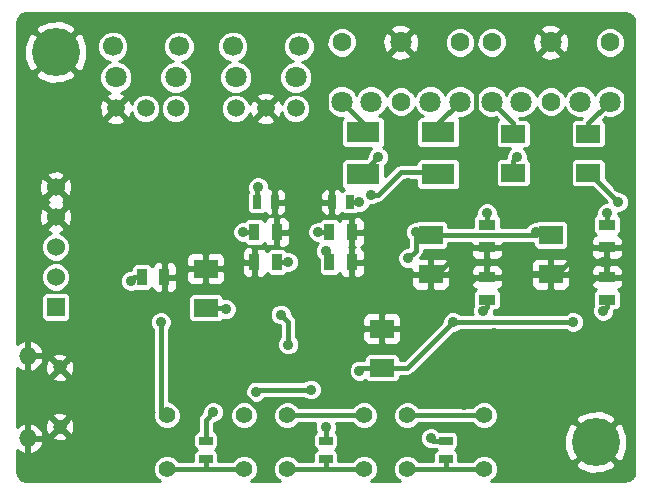
<source format=gbl>
G04 (created by PCBNEW (2013-05-16 BZR 4016)-stable) date 11/18/2013 1:12:51 AM*
%MOIN*%
G04 Gerber Fmt 3.4, Leading zero omitted, Abs format*
%FSLAX34Y34*%
G01*
G70*
G90*
G04 APERTURE LIST*
%ADD10C,0.00590551*%
%ADD11C,0.0551*%
%ADD12R,0.06X0.06*%
%ADD13C,0.06*%
%ADD14C,0.0709*%
%ADD15C,0.063*%
%ADD16R,0.045X0.025*%
%ADD17R,0.055X0.035*%
%ADD18R,0.025X0.045*%
%ADD19C,0.0669291*%
%ADD20C,0.0708661*%
%ADD21C,0.0590551*%
%ADD22C,0.16*%
%ADD23R,0.08X0.06*%
%ADD24R,0.035X0.055*%
%ADD25R,0.11X0.07*%
%ADD26O,0.0590551X0.0590551*%
%ADD27C,0.0472441*%
%ADD28C,0.035*%
%ADD29C,0.015748*%
%ADD30C,0.012*%
%ADD31C,0.01*%
G04 APERTURE END LIST*
G54D10*
G54D11*
X58220Y-50386D03*
X58220Y-48614D03*
X60780Y-50386D03*
X60780Y-48614D03*
X54220Y-50386D03*
X54220Y-48614D03*
X56780Y-50386D03*
X56780Y-48614D03*
X50220Y-50386D03*
X50220Y-48614D03*
X52780Y-50386D03*
X52780Y-48614D03*
G54D12*
X46500Y-45000D03*
G54D13*
X46500Y-44000D03*
X46500Y-43000D03*
X46500Y-42000D03*
X46500Y-41000D03*
G54D14*
X58000Y-36181D03*
X56031Y-38150D03*
X57016Y-38150D03*
X58984Y-38150D03*
X59969Y-38150D03*
G54D15*
X58000Y-38150D03*
X56031Y-36181D03*
X59969Y-36181D03*
G54D14*
X63000Y-36181D03*
X61031Y-38150D03*
X62016Y-38150D03*
X63984Y-38150D03*
X64969Y-38150D03*
G54D15*
X63000Y-38150D03*
X61031Y-36181D03*
X64969Y-36181D03*
G54D16*
X51500Y-49450D03*
X51500Y-50050D03*
X55500Y-49450D03*
X55500Y-50050D03*
G54D17*
X60875Y-44750D03*
X60875Y-44000D03*
X64875Y-42250D03*
X64875Y-43000D03*
X60875Y-42250D03*
X60875Y-43000D03*
X64875Y-44750D03*
X64875Y-44000D03*
G54D18*
X56300Y-41500D03*
X55700Y-41500D03*
X53200Y-41500D03*
X53800Y-41500D03*
G54D19*
X52397Y-36314D03*
X54602Y-36314D03*
G54D20*
X52500Y-37342D03*
X54500Y-37342D03*
G54D21*
X52500Y-38377D03*
X54500Y-38377D03*
X53500Y-38377D03*
G54D19*
X48397Y-36314D03*
X50602Y-36314D03*
G54D20*
X48500Y-37342D03*
X50500Y-37342D03*
G54D21*
X48500Y-38377D03*
X50500Y-38377D03*
X49500Y-38377D03*
G54D22*
X46500Y-36500D03*
X64500Y-49500D03*
G54D23*
X64250Y-40525D03*
X64250Y-39225D03*
X63000Y-42600D03*
X63000Y-43900D03*
X57375Y-47025D03*
X57375Y-45725D03*
X59000Y-42600D03*
X59000Y-43900D03*
X61750Y-40525D03*
X61750Y-39225D03*
G54D24*
X55625Y-43500D03*
X56375Y-43500D03*
G54D16*
X59500Y-49450D03*
X59500Y-50050D03*
G54D24*
X53875Y-43500D03*
X53125Y-43500D03*
X55625Y-42500D03*
X56375Y-42500D03*
X53125Y-42500D03*
X53875Y-42500D03*
X49375Y-44000D03*
X50125Y-44000D03*
G54D23*
X51500Y-45025D03*
X51500Y-43725D03*
G54D25*
X56750Y-40575D03*
X56750Y-39175D03*
X59250Y-40575D03*
X59250Y-39175D03*
G54D26*
X45570Y-46622D03*
X45570Y-49377D03*
G54D27*
X46633Y-47015D03*
X46633Y-48984D03*
G54D28*
X63000Y-39125D03*
X60500Y-37000D03*
X58000Y-39125D03*
X53500Y-50000D03*
X53500Y-49000D03*
X47000Y-50000D03*
X48000Y-50000D03*
X49000Y-50000D03*
X53500Y-37375D03*
X53500Y-36375D03*
X50250Y-41250D03*
X47500Y-40000D03*
X57500Y-50000D03*
X59500Y-49000D03*
X57500Y-49000D03*
X60125Y-48250D03*
X63625Y-46625D03*
X59625Y-46625D03*
X61125Y-45875D03*
X61750Y-46500D03*
X62250Y-43750D03*
X57125Y-42250D03*
X58250Y-40875D03*
X63750Y-43375D03*
X59750Y-43375D03*
X64250Y-44250D03*
X60250Y-44250D03*
X50625Y-44750D03*
X55500Y-46500D03*
X53750Y-46500D03*
X55375Y-44875D03*
X54375Y-44875D03*
X64500Y-37000D03*
X62500Y-37000D03*
X63500Y-37000D03*
X65250Y-41000D03*
X65250Y-39750D03*
X64750Y-43500D03*
X46000Y-38000D03*
X47000Y-38000D03*
X64000Y-48000D03*
X63000Y-49000D03*
X63000Y-48000D03*
X65000Y-48000D03*
X63000Y-50000D03*
X49500Y-36250D03*
X49500Y-37375D03*
X56750Y-44875D03*
X51875Y-40375D03*
X54750Y-41500D03*
X57125Y-43750D03*
X51500Y-45750D03*
X53500Y-40000D03*
X58500Y-37000D03*
X57500Y-37000D03*
X56500Y-37000D03*
X55500Y-37000D03*
X59500Y-37000D03*
X61500Y-37000D03*
X51500Y-41625D03*
X57000Y-41250D03*
X65250Y-41500D03*
X61875Y-40000D03*
X64750Y-45125D03*
X64875Y-41875D03*
X58250Y-43375D03*
X62500Y-42500D03*
X58500Y-42500D03*
X49000Y-44125D03*
X52175Y-45075D03*
X60750Y-45125D03*
X60875Y-41875D03*
X59000Y-49375D03*
X51750Y-48500D03*
X55500Y-49000D03*
X50000Y-45500D03*
X55000Y-47750D03*
X53175Y-47825D03*
X54250Y-46250D03*
X54000Y-45250D03*
X52750Y-42500D03*
X63750Y-45500D03*
X59750Y-45500D03*
X56625Y-47125D03*
X54250Y-43500D03*
X55250Y-42500D03*
X55500Y-43125D03*
X53250Y-41000D03*
X56625Y-41500D03*
X57250Y-40000D03*
G54D29*
X60500Y-39875D02*
X60500Y-40625D01*
X63000Y-40750D02*
X63000Y-39125D01*
X62625Y-41125D02*
X63000Y-40750D01*
X61000Y-41125D02*
X62625Y-41125D01*
X60500Y-40625D02*
X61000Y-41125D01*
X60500Y-37000D02*
X60500Y-39875D01*
X58000Y-39875D02*
X58000Y-39125D01*
X60500Y-39875D02*
X58000Y-39875D01*
X51500Y-43725D02*
X50625Y-43725D01*
X50625Y-43725D02*
X50625Y-43750D01*
X53500Y-50000D02*
X53500Y-49000D01*
G54D30*
X52625Y-47750D02*
X53500Y-48625D01*
X52625Y-47750D02*
X52625Y-47250D01*
X53500Y-49125D02*
X53500Y-49000D01*
X53500Y-48625D02*
X53500Y-49125D01*
G54D29*
X47000Y-50000D02*
X48000Y-50000D01*
X48000Y-50000D02*
X49000Y-50000D01*
X53500Y-36375D02*
X53500Y-37375D01*
X53500Y-38375D02*
X53125Y-38000D01*
X53125Y-38000D02*
X53125Y-37750D01*
X53125Y-37750D02*
X53500Y-37375D01*
X53500Y-38375D02*
X53500Y-38377D01*
X45570Y-49377D02*
X46125Y-49377D01*
X46125Y-49377D02*
X46125Y-49375D01*
X45570Y-46622D02*
X46125Y-46622D01*
X46125Y-46622D02*
X46125Y-46625D01*
X46125Y-46125D02*
X46125Y-46625D01*
X46125Y-46625D02*
X46125Y-49375D01*
X46125Y-49375D02*
X46125Y-49932D01*
X47500Y-46125D02*
X46125Y-46125D01*
X47500Y-45250D02*
X47500Y-46125D01*
X47500Y-46125D02*
X47500Y-46149D01*
X47500Y-41000D02*
X47500Y-45250D01*
X47500Y-46149D02*
X46633Y-47015D01*
X47000Y-50000D02*
X46192Y-50000D01*
X46192Y-50000D02*
X46125Y-49932D01*
X47000Y-50000D02*
X47000Y-49350D01*
X47000Y-49350D02*
X46633Y-48984D01*
G54D30*
X57500Y-49000D02*
X57500Y-50000D01*
X57500Y-49000D02*
X57625Y-49125D01*
X57625Y-49125D02*
X58375Y-49125D01*
X58375Y-49125D02*
X58500Y-49000D01*
X58500Y-49000D02*
X59500Y-49000D01*
X59625Y-47750D02*
X58125Y-47750D01*
X58125Y-47750D02*
X57500Y-48375D01*
X57500Y-48375D02*
X57500Y-49000D01*
X59625Y-46625D02*
X59625Y-47750D01*
X59625Y-47750D02*
X60125Y-48250D01*
X61750Y-46500D02*
X61125Y-45875D01*
X63625Y-47000D02*
X62250Y-47000D01*
X62250Y-47000D02*
X61750Y-46500D01*
X62250Y-43750D02*
X62250Y-43625D01*
X62250Y-43625D02*
X62250Y-43875D01*
G54D29*
X56875Y-42500D02*
X57125Y-42250D01*
X56375Y-42500D02*
X56875Y-42500D01*
G54D30*
X58125Y-41250D02*
X57125Y-42250D01*
X58125Y-40875D02*
X58125Y-41250D01*
X58250Y-40875D02*
X58125Y-40875D01*
G54D29*
X63225Y-43900D02*
X63750Y-43375D01*
X63000Y-43900D02*
X63225Y-43900D01*
X59225Y-43900D02*
X59750Y-43375D01*
X59000Y-43900D02*
X59225Y-43900D01*
X59000Y-43900D02*
X59350Y-43900D01*
X64250Y-44250D02*
X64250Y-46375D01*
X63625Y-47000D02*
X63625Y-48625D01*
X63625Y-47000D02*
X64250Y-46375D01*
X64500Y-44000D02*
X64875Y-44000D01*
X64250Y-44250D02*
X64500Y-44000D01*
X60500Y-44000D02*
X60875Y-44000D01*
X60250Y-44250D02*
X60500Y-44000D01*
X50625Y-44000D02*
X50625Y-44750D01*
X50625Y-44750D02*
X50625Y-45250D01*
X50750Y-45375D02*
X50750Y-45750D01*
X50750Y-45375D02*
X50625Y-45250D01*
X53750Y-46625D02*
X53750Y-46500D01*
X55375Y-44875D02*
X55500Y-44875D01*
X64500Y-37000D02*
X65000Y-37000D01*
X62500Y-37000D02*
X63500Y-37000D01*
X64500Y-37000D02*
X63500Y-37000D01*
X65250Y-39250D02*
X65250Y-39750D01*
X65500Y-39000D02*
X65250Y-39250D01*
X65500Y-37500D02*
X65500Y-39000D01*
X65000Y-37000D02*
X65500Y-37500D01*
X64875Y-43500D02*
X64750Y-43500D01*
X47500Y-38000D02*
X47000Y-38000D01*
X63000Y-48000D02*
X63000Y-49000D01*
X63500Y-48625D02*
X63375Y-48625D01*
X63375Y-48625D02*
X63000Y-49000D01*
X63500Y-48625D02*
X63625Y-48625D01*
X64000Y-48000D02*
X63000Y-48000D01*
X63000Y-49000D02*
X63000Y-50000D01*
X63625Y-48625D02*
X64500Y-49500D01*
X54000Y-39000D02*
X55500Y-39000D01*
X48500Y-38377D02*
X48500Y-38375D01*
X49500Y-37375D02*
X49500Y-36250D01*
X48500Y-38375D02*
X49500Y-37375D01*
X55500Y-44875D02*
X56750Y-44875D01*
X51875Y-41000D02*
X51875Y-40375D01*
X55500Y-41500D02*
X54750Y-41500D01*
X56375Y-43500D02*
X56875Y-43500D01*
X56875Y-43500D02*
X57125Y-43750D01*
G54D30*
X50125Y-44000D02*
X50625Y-44000D01*
G54D29*
X50625Y-41875D02*
X50250Y-41500D01*
X50625Y-44000D02*
X50625Y-43750D01*
X50625Y-43750D02*
X50625Y-41875D01*
X47500Y-41000D02*
X47500Y-40250D01*
X47500Y-40250D02*
X47500Y-40000D01*
X47500Y-40000D02*
X47500Y-39750D01*
X57375Y-45725D02*
X55500Y-45725D01*
X55500Y-45725D02*
X55500Y-45750D01*
X59000Y-43900D02*
X59000Y-45000D01*
X58275Y-45725D02*
X57375Y-45725D01*
X59000Y-45000D02*
X58275Y-45725D01*
X60875Y-44000D02*
X61875Y-44000D01*
X62975Y-43875D02*
X63000Y-43900D01*
X62000Y-43875D02*
X62250Y-43875D01*
X62250Y-43875D02*
X62975Y-43875D01*
X61875Y-44000D02*
X62000Y-43875D01*
X60875Y-44000D02*
X60750Y-44000D01*
X60875Y-44000D02*
X60875Y-43000D01*
X64875Y-44000D02*
X64875Y-43500D01*
X64875Y-43500D02*
X64875Y-43000D01*
X64875Y-44000D02*
X64750Y-44000D01*
X53800Y-41500D02*
X53800Y-41925D01*
X53875Y-42000D02*
X53875Y-42500D01*
X53800Y-41925D02*
X53875Y-42000D01*
X53800Y-41500D02*
X55500Y-41500D01*
X55500Y-41500D02*
X55700Y-41500D01*
X55500Y-44875D02*
X56375Y-44000D01*
X56375Y-44000D02*
X56375Y-43500D01*
X56375Y-42500D02*
X56375Y-43500D01*
X56375Y-42500D02*
X56375Y-42000D01*
X56375Y-42000D02*
X55750Y-42000D01*
X55750Y-42000D02*
X55700Y-41950D01*
X55700Y-41950D02*
X55700Y-41500D01*
X53125Y-43500D02*
X53125Y-43000D01*
X53125Y-43000D02*
X53875Y-43000D01*
X53875Y-43000D02*
X53875Y-42500D01*
X50250Y-41500D02*
X50250Y-41250D01*
X50250Y-41250D02*
X50250Y-41000D01*
X55500Y-46625D02*
X55500Y-46500D01*
X55500Y-46500D02*
X55500Y-45750D01*
X55500Y-45750D02*
X55500Y-44875D01*
X53750Y-46625D02*
X55500Y-46625D01*
X50750Y-47250D02*
X52625Y-47250D01*
X52625Y-47250D02*
X53125Y-47250D01*
X50750Y-47000D02*
X50750Y-46000D01*
X50750Y-46000D02*
X50750Y-45750D01*
X50750Y-47250D02*
X50750Y-47000D01*
X53125Y-47250D02*
X53750Y-46625D01*
X48500Y-38377D02*
X48497Y-38377D01*
X48497Y-38377D02*
X47500Y-39375D01*
X50750Y-45750D02*
X51500Y-45750D01*
X53500Y-40500D02*
X52750Y-40500D01*
X52250Y-41000D02*
X51875Y-41000D01*
X50000Y-41000D02*
X48500Y-41000D01*
X50500Y-41000D02*
X50250Y-41000D01*
X50250Y-41000D02*
X50000Y-41000D01*
X48500Y-41000D02*
X47500Y-41000D01*
X52750Y-40500D02*
X52250Y-41000D01*
X47500Y-39750D02*
X47500Y-39375D01*
X47500Y-39375D02*
X47500Y-39000D01*
X53500Y-40500D02*
X53500Y-40000D01*
X53500Y-40000D02*
X53500Y-39500D01*
X54000Y-39000D02*
X53500Y-39500D01*
X47500Y-38000D02*
X47500Y-37500D01*
X47500Y-39000D02*
X47500Y-38875D01*
X47500Y-38875D02*
X47500Y-38000D01*
X47500Y-37500D02*
X46500Y-36500D01*
X47000Y-41500D02*
X47500Y-41000D01*
X63000Y-36181D02*
X62500Y-36681D01*
X61500Y-37000D02*
X60500Y-37000D01*
X59500Y-37000D02*
X58500Y-37000D01*
X57500Y-37000D02*
X56500Y-37000D01*
X55500Y-37000D02*
X55500Y-39000D01*
X56500Y-37000D02*
X55500Y-37000D01*
X58500Y-37000D02*
X57500Y-37000D01*
X60500Y-37000D02*
X59500Y-37000D01*
X62500Y-37000D02*
X61500Y-37000D01*
X62500Y-36681D02*
X62500Y-37000D01*
X58000Y-36181D02*
X57500Y-36681D01*
X57500Y-36681D02*
X57500Y-37000D01*
X54000Y-39000D02*
X54000Y-38877D01*
X54000Y-38877D02*
X53500Y-38377D01*
X46500Y-41000D02*
X47000Y-41500D01*
X47000Y-41500D02*
X46500Y-42000D01*
X51500Y-41625D02*
X51500Y-41000D01*
X51500Y-41000D02*
X50500Y-41000D01*
X51875Y-41000D02*
X51500Y-41000D01*
X59175Y-40500D02*
X59250Y-40575D01*
X58000Y-40500D02*
X59175Y-40500D01*
X57250Y-41250D02*
X58000Y-40500D01*
X57000Y-41250D02*
X57250Y-41250D01*
X64250Y-40525D02*
X64275Y-40525D01*
X64275Y-40525D02*
X65250Y-41500D01*
X61750Y-40125D02*
X61750Y-40525D01*
X61875Y-40000D02*
X61750Y-40125D01*
X64875Y-45000D02*
X64875Y-44750D01*
X64750Y-45125D02*
X64875Y-45000D01*
X64875Y-42250D02*
X64875Y-41875D01*
X58500Y-43125D02*
X58500Y-42500D01*
X58250Y-43375D02*
X58500Y-43125D01*
X63000Y-42600D02*
X62900Y-42500D01*
X62900Y-42500D02*
X62500Y-42500D01*
X62375Y-42600D02*
X59000Y-42600D01*
X62500Y-42600D02*
X62375Y-42600D01*
X62500Y-42500D02*
X62500Y-42600D01*
X49125Y-44000D02*
X49375Y-44000D01*
X49000Y-44125D02*
X49125Y-44000D01*
X58600Y-42600D02*
X58500Y-42500D01*
X58900Y-42500D02*
X59000Y-42600D01*
X52125Y-45025D02*
X51500Y-45025D01*
X52175Y-45075D02*
X52125Y-45025D01*
X60875Y-45000D02*
X60875Y-44750D01*
X60750Y-45125D02*
X60875Y-45000D01*
X60875Y-41875D02*
X60875Y-42250D01*
X59075Y-49450D02*
X59000Y-49375D01*
X59500Y-49450D02*
X59075Y-49450D01*
X51500Y-49450D02*
X51500Y-48750D01*
X51500Y-48750D02*
X51750Y-48500D01*
X55500Y-49450D02*
X55500Y-49000D01*
X50000Y-45500D02*
X50000Y-48394D01*
X50000Y-48394D02*
X50220Y-48614D01*
X58220Y-48614D02*
X60780Y-48614D01*
X54220Y-48614D02*
X56780Y-48614D01*
X59500Y-50386D02*
X59500Y-50050D01*
X58220Y-50386D02*
X59500Y-50386D01*
X59500Y-50386D02*
X60780Y-50386D01*
X55500Y-50386D02*
X55500Y-50050D01*
X54220Y-50386D02*
X55000Y-50386D01*
X55000Y-50386D02*
X55500Y-50386D01*
X55500Y-50386D02*
X56780Y-50386D01*
X51500Y-50386D02*
X51500Y-50050D01*
X50220Y-50386D02*
X51500Y-50386D01*
X51500Y-50386D02*
X52780Y-50386D01*
X55000Y-47750D02*
X53250Y-47750D01*
X53175Y-47825D02*
X53250Y-47750D01*
X54000Y-45250D02*
X54250Y-45500D01*
X54250Y-45500D02*
X54250Y-46250D01*
X53125Y-42500D02*
X52750Y-42500D01*
X63750Y-45500D02*
X59750Y-45500D01*
X57375Y-47025D02*
X56725Y-47025D01*
X56725Y-47025D02*
X56625Y-47125D01*
X57375Y-47025D02*
X58225Y-47025D01*
X58225Y-47025D02*
X58250Y-47000D01*
X59750Y-45500D02*
X58250Y-47000D01*
X59250Y-39225D02*
X59250Y-38869D01*
X59250Y-38869D02*
X59969Y-38150D01*
X61750Y-39225D02*
X61750Y-38869D01*
X61750Y-38869D02*
X61031Y-38150D01*
X64250Y-39225D02*
X64250Y-38869D01*
X64250Y-38869D02*
X64969Y-38150D01*
X56750Y-39225D02*
X56750Y-38869D01*
X56750Y-38869D02*
X56031Y-38150D01*
X53875Y-43500D02*
X54250Y-43500D01*
X55625Y-42500D02*
X55250Y-42500D01*
X55625Y-43500D02*
X55625Y-43250D01*
X55500Y-43125D02*
X55625Y-43250D01*
X55625Y-43375D02*
X55625Y-43500D01*
X55500Y-43250D02*
X55625Y-43375D01*
X52500Y-38375D02*
X52500Y-38377D01*
X53200Y-41050D02*
X53200Y-41500D01*
X53250Y-41000D02*
X53200Y-41050D01*
X56300Y-41500D02*
X56625Y-41500D01*
X56750Y-40525D02*
X56750Y-40500D01*
X56750Y-40500D02*
X57250Y-40000D01*
G54D10*
G36*
X65790Y-50478D02*
X65764Y-50609D01*
X65702Y-50702D01*
X65615Y-50760D01*
X65615Y-41427D01*
X65559Y-41293D01*
X65513Y-41247D01*
X65513Y-38042D01*
X65474Y-37946D01*
X65474Y-36080D01*
X65397Y-35895D01*
X65255Y-35753D01*
X65069Y-35676D01*
X64868Y-35675D01*
X64683Y-35752D01*
X64541Y-35894D01*
X64464Y-36080D01*
X64463Y-36281D01*
X64540Y-36466D01*
X64682Y-36608D01*
X64868Y-36685D01*
X65069Y-36686D01*
X65254Y-36609D01*
X65396Y-36467D01*
X65473Y-36281D01*
X65474Y-36080D01*
X65474Y-37946D01*
X65430Y-37841D01*
X65277Y-37688D01*
X65077Y-37605D01*
X64861Y-37605D01*
X64660Y-37688D01*
X64507Y-37841D01*
X64476Y-37916D01*
X64445Y-37841D01*
X64292Y-37688D01*
X64092Y-37605D01*
X63876Y-37605D01*
X63675Y-37688D01*
X63609Y-37754D01*
X63609Y-36275D01*
X63598Y-36035D01*
X63526Y-35860D01*
X63425Y-35826D01*
X63354Y-35897D01*
X63354Y-35755D01*
X63320Y-35654D01*
X63094Y-35571D01*
X62854Y-35582D01*
X62679Y-35654D01*
X62645Y-35755D01*
X63000Y-36110D01*
X63354Y-35755D01*
X63354Y-35897D01*
X63070Y-36181D01*
X63425Y-36535D01*
X63526Y-36501D01*
X63609Y-36275D01*
X63609Y-37754D01*
X63522Y-37841D01*
X63470Y-37966D01*
X63428Y-37864D01*
X63354Y-37790D01*
X63354Y-36606D01*
X63000Y-36251D01*
X62929Y-36322D01*
X62929Y-36181D01*
X62574Y-35826D01*
X62473Y-35860D01*
X62390Y-36086D01*
X62401Y-36326D01*
X62473Y-36501D01*
X62574Y-36535D01*
X62929Y-36181D01*
X62929Y-36322D01*
X62645Y-36606D01*
X62679Y-36707D01*
X62905Y-36790D01*
X63145Y-36779D01*
X63320Y-36707D01*
X63354Y-36606D01*
X63354Y-37790D01*
X63286Y-37722D01*
X63100Y-37645D01*
X62899Y-37644D01*
X62714Y-37721D01*
X62572Y-37863D01*
X62529Y-37966D01*
X62477Y-37841D01*
X62324Y-37688D01*
X62124Y-37605D01*
X61908Y-37605D01*
X61707Y-37688D01*
X61554Y-37841D01*
X61536Y-37885D01*
X61536Y-36080D01*
X61459Y-35895D01*
X61317Y-35753D01*
X61131Y-35676D01*
X60930Y-35675D01*
X60745Y-35752D01*
X60603Y-35894D01*
X60526Y-36080D01*
X60525Y-36281D01*
X60602Y-36466D01*
X60744Y-36608D01*
X60930Y-36685D01*
X61131Y-36686D01*
X61316Y-36609D01*
X61458Y-36467D01*
X61535Y-36281D01*
X61536Y-36080D01*
X61536Y-37885D01*
X61523Y-37916D01*
X61492Y-37841D01*
X61339Y-37688D01*
X61139Y-37605D01*
X60923Y-37605D01*
X60722Y-37688D01*
X60569Y-37841D01*
X60499Y-38009D01*
X60474Y-37946D01*
X60474Y-36080D01*
X60397Y-35895D01*
X60255Y-35753D01*
X60069Y-35676D01*
X59868Y-35675D01*
X59683Y-35752D01*
X59541Y-35894D01*
X59464Y-36080D01*
X59463Y-36281D01*
X59540Y-36466D01*
X59682Y-36608D01*
X59868Y-36685D01*
X60069Y-36686D01*
X60254Y-36609D01*
X60396Y-36467D01*
X60473Y-36281D01*
X60474Y-36080D01*
X60474Y-37946D01*
X60430Y-37841D01*
X60277Y-37688D01*
X60077Y-37605D01*
X59861Y-37605D01*
X59660Y-37688D01*
X59507Y-37841D01*
X59476Y-37916D01*
X59445Y-37841D01*
X59292Y-37688D01*
X59092Y-37605D01*
X58876Y-37605D01*
X58675Y-37688D01*
X58609Y-37754D01*
X58609Y-36275D01*
X58598Y-36035D01*
X58526Y-35860D01*
X58425Y-35826D01*
X58354Y-35897D01*
X58354Y-35755D01*
X58320Y-35654D01*
X58094Y-35571D01*
X57854Y-35582D01*
X57679Y-35654D01*
X57645Y-35755D01*
X58000Y-36110D01*
X58354Y-35755D01*
X58354Y-35897D01*
X58070Y-36181D01*
X58425Y-36535D01*
X58526Y-36501D01*
X58609Y-36275D01*
X58609Y-37754D01*
X58522Y-37841D01*
X58470Y-37966D01*
X58428Y-37864D01*
X58354Y-37790D01*
X58354Y-36606D01*
X58000Y-36251D01*
X57929Y-36322D01*
X57929Y-36181D01*
X57574Y-35826D01*
X57473Y-35860D01*
X57390Y-36086D01*
X57401Y-36326D01*
X57473Y-36501D01*
X57574Y-36535D01*
X57929Y-36181D01*
X57929Y-36322D01*
X57645Y-36606D01*
X57679Y-36707D01*
X57905Y-36790D01*
X58145Y-36779D01*
X58320Y-36707D01*
X58354Y-36606D01*
X58354Y-37790D01*
X58286Y-37722D01*
X58100Y-37645D01*
X57899Y-37644D01*
X57714Y-37721D01*
X57572Y-37863D01*
X57529Y-37966D01*
X57477Y-37841D01*
X57324Y-37688D01*
X57124Y-37605D01*
X56908Y-37605D01*
X56707Y-37688D01*
X56554Y-37841D01*
X56536Y-37885D01*
X56536Y-36080D01*
X56459Y-35895D01*
X56317Y-35753D01*
X56131Y-35676D01*
X55930Y-35675D01*
X55745Y-35752D01*
X55603Y-35894D01*
X55526Y-36080D01*
X55525Y-36281D01*
X55602Y-36466D01*
X55744Y-36608D01*
X55930Y-36685D01*
X56131Y-36686D01*
X56316Y-36609D01*
X56458Y-36467D01*
X56535Y-36281D01*
X56536Y-36080D01*
X56536Y-37885D01*
X56523Y-37916D01*
X56492Y-37841D01*
X56339Y-37688D01*
X56139Y-37605D01*
X55923Y-37605D01*
X55722Y-37688D01*
X55569Y-37841D01*
X55486Y-38041D01*
X55486Y-38257D01*
X55569Y-38458D01*
X55722Y-38611D01*
X55922Y-38694D01*
X56061Y-38694D01*
X56039Y-38717D01*
X56010Y-38787D01*
X56009Y-38862D01*
X56009Y-39562D01*
X56038Y-39632D01*
X56092Y-39685D01*
X56162Y-39714D01*
X56237Y-39715D01*
X57018Y-39715D01*
X56940Y-39792D01*
X56885Y-39927D01*
X56885Y-39984D01*
X56834Y-40034D01*
X56162Y-40034D01*
X56092Y-40063D01*
X56039Y-40117D01*
X56010Y-40187D01*
X56009Y-40262D01*
X56009Y-40962D01*
X56038Y-41032D01*
X56092Y-41085D01*
X56113Y-41094D01*
X56067Y-41113D01*
X56040Y-41141D01*
X56036Y-41133D01*
X55966Y-41062D01*
X55874Y-41024D01*
X55812Y-41025D01*
X55750Y-41087D01*
X55750Y-41450D01*
X55757Y-41450D01*
X55757Y-41550D01*
X55750Y-41550D01*
X55750Y-41912D01*
X55812Y-41975D01*
X55874Y-41975D01*
X55966Y-41937D01*
X56036Y-41866D01*
X56040Y-41858D01*
X56067Y-41885D01*
X56137Y-41914D01*
X56212Y-41915D01*
X56462Y-41915D01*
X56532Y-41886D01*
X56553Y-41864D01*
X56697Y-41865D01*
X56831Y-41809D01*
X56934Y-41707D01*
X56972Y-41614D01*
X57072Y-41615D01*
X57206Y-41559D01*
X57247Y-41518D01*
X57250Y-41518D01*
X57352Y-41498D01*
X57352Y-41498D01*
X57440Y-41440D01*
X58111Y-40768D01*
X58509Y-40768D01*
X58509Y-40962D01*
X58538Y-41032D01*
X58592Y-41085D01*
X58662Y-41114D01*
X58737Y-41115D01*
X59837Y-41115D01*
X59907Y-41086D01*
X59960Y-41032D01*
X59989Y-40962D01*
X59990Y-40887D01*
X59990Y-40187D01*
X59961Y-40117D01*
X59907Y-40064D01*
X59837Y-40035D01*
X59762Y-40034D01*
X58662Y-40034D01*
X58592Y-40063D01*
X58539Y-40117D01*
X58510Y-40187D01*
X58509Y-40231D01*
X58000Y-40231D01*
X57897Y-40251D01*
X57809Y-40309D01*
X57809Y-40309D01*
X57809Y-40309D01*
X57490Y-40629D01*
X57490Y-40276D01*
X57559Y-40207D01*
X57614Y-40072D01*
X57615Y-39927D01*
X57559Y-39793D01*
X57457Y-39690D01*
X57418Y-39674D01*
X57460Y-39632D01*
X57489Y-39562D01*
X57490Y-39487D01*
X57490Y-38787D01*
X57461Y-38717D01*
X57407Y-38664D01*
X57337Y-38635D01*
X57268Y-38634D01*
X57324Y-38611D01*
X57477Y-38458D01*
X57529Y-38333D01*
X57571Y-38435D01*
X57713Y-38577D01*
X57899Y-38654D01*
X58100Y-38655D01*
X58285Y-38578D01*
X58427Y-38436D01*
X58470Y-38333D01*
X58522Y-38458D01*
X58675Y-38611D01*
X58732Y-38634D01*
X58662Y-38634D01*
X58592Y-38663D01*
X58539Y-38717D01*
X58510Y-38787D01*
X58509Y-38862D01*
X58509Y-39562D01*
X58538Y-39632D01*
X58592Y-39685D01*
X58662Y-39714D01*
X58737Y-39715D01*
X59837Y-39715D01*
X59907Y-39686D01*
X59960Y-39632D01*
X59989Y-39562D01*
X59990Y-39487D01*
X59990Y-38787D01*
X59961Y-38717D01*
X59938Y-38694D01*
X60076Y-38694D01*
X60277Y-38611D01*
X60430Y-38458D01*
X60500Y-38290D01*
X60569Y-38458D01*
X60722Y-38611D01*
X60922Y-38694D01*
X61138Y-38694D01*
X61178Y-38678D01*
X61258Y-38757D01*
X61242Y-38763D01*
X61189Y-38817D01*
X61160Y-38887D01*
X61159Y-38962D01*
X61159Y-39562D01*
X61188Y-39632D01*
X61242Y-39685D01*
X61312Y-39714D01*
X61387Y-39715D01*
X61643Y-39715D01*
X61565Y-39792D01*
X61510Y-39927D01*
X61509Y-40009D01*
X61509Y-40009D01*
X61501Y-40022D01*
X61499Y-40034D01*
X61312Y-40034D01*
X61242Y-40063D01*
X61189Y-40117D01*
X61160Y-40187D01*
X61159Y-40262D01*
X61159Y-40862D01*
X61188Y-40932D01*
X61242Y-40985D01*
X61312Y-41014D01*
X61387Y-41015D01*
X62187Y-41015D01*
X62257Y-40986D01*
X62310Y-40932D01*
X62339Y-40862D01*
X62340Y-40787D01*
X62340Y-40187D01*
X62311Y-40117D01*
X62257Y-40064D01*
X62239Y-40056D01*
X62240Y-39927D01*
X62184Y-39793D01*
X62106Y-39715D01*
X62187Y-39715D01*
X62257Y-39686D01*
X62310Y-39632D01*
X62339Y-39562D01*
X62340Y-39487D01*
X62340Y-38887D01*
X62311Y-38817D01*
X62257Y-38764D01*
X62187Y-38735D01*
X62112Y-38734D01*
X61977Y-38734D01*
X61950Y-38694D01*
X62123Y-38694D01*
X62324Y-38611D01*
X62477Y-38458D01*
X62529Y-38333D01*
X62571Y-38435D01*
X62713Y-38577D01*
X62899Y-38654D01*
X63100Y-38655D01*
X63285Y-38578D01*
X63427Y-38436D01*
X63470Y-38333D01*
X63522Y-38458D01*
X63675Y-38611D01*
X63875Y-38694D01*
X64049Y-38694D01*
X64022Y-38734D01*
X63812Y-38734D01*
X63742Y-38763D01*
X63689Y-38817D01*
X63660Y-38887D01*
X63659Y-38962D01*
X63659Y-39562D01*
X63688Y-39632D01*
X63742Y-39685D01*
X63812Y-39714D01*
X63887Y-39715D01*
X64687Y-39715D01*
X64757Y-39686D01*
X64810Y-39632D01*
X64839Y-39562D01*
X64840Y-39487D01*
X64840Y-38887D01*
X64811Y-38817D01*
X64757Y-38764D01*
X64741Y-38757D01*
X64820Y-38678D01*
X64860Y-38694D01*
X65076Y-38694D01*
X65277Y-38611D01*
X65430Y-38458D01*
X65513Y-38258D01*
X65513Y-38042D01*
X65513Y-41247D01*
X65457Y-41190D01*
X65322Y-41135D01*
X65265Y-41135D01*
X64840Y-40709D01*
X64840Y-40187D01*
X64811Y-40117D01*
X64757Y-40064D01*
X64687Y-40035D01*
X64612Y-40034D01*
X63812Y-40034D01*
X63742Y-40063D01*
X63689Y-40117D01*
X63660Y-40187D01*
X63659Y-40262D01*
X63659Y-40862D01*
X63688Y-40932D01*
X63742Y-40985D01*
X63812Y-41014D01*
X63887Y-41015D01*
X64384Y-41015D01*
X64879Y-41510D01*
X64802Y-41509D01*
X64668Y-41565D01*
X64565Y-41667D01*
X64510Y-41802D01*
X64509Y-41906D01*
X64492Y-41913D01*
X64439Y-41967D01*
X64410Y-42037D01*
X64409Y-42112D01*
X64409Y-42462D01*
X64438Y-42532D01*
X64492Y-42585D01*
X64507Y-42592D01*
X64458Y-42613D01*
X64387Y-42683D01*
X64349Y-42775D01*
X64350Y-42887D01*
X64412Y-42950D01*
X64825Y-42950D01*
X64825Y-42942D01*
X64925Y-42942D01*
X64925Y-42950D01*
X65337Y-42950D01*
X65400Y-42887D01*
X65400Y-42775D01*
X65362Y-42683D01*
X65291Y-42613D01*
X65242Y-42592D01*
X65257Y-42586D01*
X65310Y-42532D01*
X65339Y-42462D01*
X65340Y-42387D01*
X65340Y-42037D01*
X65311Y-41967D01*
X65257Y-41914D01*
X65239Y-41906D01*
X65240Y-41864D01*
X65322Y-41865D01*
X65456Y-41809D01*
X65559Y-41707D01*
X65614Y-41572D01*
X65615Y-41427D01*
X65615Y-50760D01*
X65609Y-50764D01*
X65551Y-50776D01*
X65551Y-49701D01*
X65548Y-49283D01*
X65400Y-48925D01*
X65400Y-44224D01*
X65400Y-43775D01*
X65400Y-43224D01*
X65400Y-43112D01*
X65337Y-43050D01*
X64925Y-43050D01*
X64925Y-43362D01*
X64987Y-43425D01*
X65100Y-43425D01*
X65199Y-43424D01*
X65291Y-43386D01*
X65362Y-43316D01*
X65400Y-43224D01*
X65400Y-43775D01*
X65362Y-43683D01*
X65291Y-43613D01*
X65199Y-43575D01*
X65100Y-43574D01*
X64987Y-43575D01*
X64925Y-43637D01*
X64925Y-43950D01*
X65337Y-43950D01*
X65400Y-43887D01*
X65400Y-43775D01*
X65400Y-44224D01*
X65400Y-44112D01*
X65337Y-44050D01*
X64925Y-44050D01*
X64925Y-44057D01*
X64825Y-44057D01*
X64825Y-44050D01*
X64825Y-43950D01*
X64825Y-43637D01*
X64825Y-43362D01*
X64825Y-43050D01*
X64412Y-43050D01*
X64350Y-43112D01*
X64349Y-43224D01*
X64387Y-43316D01*
X64458Y-43386D01*
X64550Y-43424D01*
X64649Y-43425D01*
X64762Y-43425D01*
X64825Y-43362D01*
X64825Y-43637D01*
X64762Y-43575D01*
X64649Y-43574D01*
X64550Y-43575D01*
X64458Y-43613D01*
X64387Y-43683D01*
X64349Y-43775D01*
X64350Y-43887D01*
X64412Y-43950D01*
X64825Y-43950D01*
X64825Y-44050D01*
X64412Y-44050D01*
X64350Y-44112D01*
X64349Y-44224D01*
X64387Y-44316D01*
X64458Y-44386D01*
X64507Y-44407D01*
X64492Y-44413D01*
X64439Y-44467D01*
X64410Y-44537D01*
X64409Y-44612D01*
X64409Y-44962D01*
X64416Y-44977D01*
X64385Y-45052D01*
X64384Y-45197D01*
X64440Y-45331D01*
X64542Y-45434D01*
X64677Y-45489D01*
X64822Y-45490D01*
X64956Y-45434D01*
X65059Y-45332D01*
X65114Y-45197D01*
X65115Y-45115D01*
X65115Y-45115D01*
X65187Y-45115D01*
X65257Y-45086D01*
X65310Y-45032D01*
X65339Y-44962D01*
X65340Y-44887D01*
X65340Y-44537D01*
X65311Y-44467D01*
X65257Y-44414D01*
X65242Y-44407D01*
X65291Y-44386D01*
X65362Y-44316D01*
X65400Y-44224D01*
X65400Y-48925D01*
X65394Y-48911D01*
X65247Y-48823D01*
X65176Y-48894D01*
X65176Y-48752D01*
X65088Y-48605D01*
X64701Y-48448D01*
X64283Y-48451D01*
X64115Y-48521D01*
X64115Y-45427D01*
X64059Y-45293D01*
X63957Y-45190D01*
X63822Y-45135D01*
X63677Y-45134D01*
X63650Y-45146D01*
X63650Y-44249D01*
X63650Y-43550D01*
X63612Y-43458D01*
X63590Y-43436D01*
X63590Y-42862D01*
X63590Y-42262D01*
X63561Y-42192D01*
X63507Y-42139D01*
X63437Y-42110D01*
X63362Y-42109D01*
X62562Y-42109D01*
X62501Y-42135D01*
X62427Y-42134D01*
X62293Y-42190D01*
X62190Y-42292D01*
X62174Y-42331D01*
X61340Y-42331D01*
X61340Y-42037D01*
X61311Y-41967D01*
X61257Y-41914D01*
X61239Y-41906D01*
X61240Y-41802D01*
X61184Y-41668D01*
X61082Y-41565D01*
X60947Y-41510D01*
X60802Y-41509D01*
X60668Y-41565D01*
X60565Y-41667D01*
X60510Y-41802D01*
X60509Y-41906D01*
X60492Y-41913D01*
X60439Y-41967D01*
X60410Y-42037D01*
X60409Y-42112D01*
X60409Y-42331D01*
X59590Y-42331D01*
X59590Y-42262D01*
X59561Y-42192D01*
X59507Y-42139D01*
X59437Y-42110D01*
X59362Y-42109D01*
X58562Y-42109D01*
X58501Y-42135D01*
X58427Y-42134D01*
X58293Y-42190D01*
X58190Y-42292D01*
X58135Y-42427D01*
X58134Y-42572D01*
X58190Y-42706D01*
X58231Y-42747D01*
X58231Y-43009D01*
X58177Y-43009D01*
X58043Y-43065D01*
X57940Y-43167D01*
X57885Y-43302D01*
X57884Y-43447D01*
X57940Y-43581D01*
X58042Y-43684D01*
X58177Y-43739D01*
X58322Y-43740D01*
X58349Y-43728D01*
X58350Y-43787D01*
X58412Y-43850D01*
X58950Y-43850D01*
X58950Y-43412D01*
X58887Y-43350D01*
X58655Y-43349D01*
X58690Y-43315D01*
X58690Y-43315D01*
X58748Y-43227D01*
X58768Y-43125D01*
X58768Y-43125D01*
X58768Y-43090D01*
X59437Y-43090D01*
X59507Y-43061D01*
X59560Y-43007D01*
X59589Y-42937D01*
X59590Y-42868D01*
X60349Y-42868D01*
X60350Y-42887D01*
X60412Y-42950D01*
X60825Y-42950D01*
X60825Y-42942D01*
X60925Y-42942D01*
X60925Y-42950D01*
X61337Y-42950D01*
X61400Y-42887D01*
X61400Y-42868D01*
X62375Y-42868D01*
X62409Y-42868D01*
X62409Y-42937D01*
X62438Y-43007D01*
X62492Y-43060D01*
X62562Y-43089D01*
X62637Y-43090D01*
X63437Y-43090D01*
X63507Y-43061D01*
X63560Y-43007D01*
X63589Y-42937D01*
X63590Y-42862D01*
X63590Y-43436D01*
X63541Y-43388D01*
X63449Y-43350D01*
X63350Y-43349D01*
X63112Y-43350D01*
X63050Y-43412D01*
X63050Y-43850D01*
X63587Y-43850D01*
X63650Y-43787D01*
X63650Y-43550D01*
X63650Y-44249D01*
X63650Y-44012D01*
X63587Y-43950D01*
X63050Y-43950D01*
X63050Y-44387D01*
X63112Y-44450D01*
X63350Y-44450D01*
X63449Y-44449D01*
X63541Y-44411D01*
X63612Y-44341D01*
X63650Y-44249D01*
X63650Y-45146D01*
X63543Y-45190D01*
X63502Y-45231D01*
X62950Y-45231D01*
X62950Y-44387D01*
X62950Y-43950D01*
X62950Y-43850D01*
X62950Y-43412D01*
X62887Y-43350D01*
X62649Y-43349D01*
X62550Y-43350D01*
X62458Y-43388D01*
X62387Y-43458D01*
X62349Y-43550D01*
X62350Y-43787D01*
X62412Y-43850D01*
X62950Y-43850D01*
X62950Y-43950D01*
X62412Y-43950D01*
X62350Y-44012D01*
X62349Y-44249D01*
X62387Y-44341D01*
X62458Y-44411D01*
X62550Y-44449D01*
X62649Y-44450D01*
X62887Y-44450D01*
X62950Y-44387D01*
X62950Y-45231D01*
X61101Y-45231D01*
X61114Y-45197D01*
X61115Y-45115D01*
X61115Y-45115D01*
X61187Y-45115D01*
X61257Y-45086D01*
X61310Y-45032D01*
X61339Y-44962D01*
X61340Y-44887D01*
X61340Y-44537D01*
X61311Y-44467D01*
X61257Y-44414D01*
X61242Y-44407D01*
X61291Y-44386D01*
X61362Y-44316D01*
X61400Y-44224D01*
X61400Y-43775D01*
X61400Y-43224D01*
X61400Y-43112D01*
X61337Y-43050D01*
X60925Y-43050D01*
X60925Y-43362D01*
X60987Y-43425D01*
X61100Y-43425D01*
X61199Y-43424D01*
X61291Y-43386D01*
X61362Y-43316D01*
X61400Y-43224D01*
X61400Y-43775D01*
X61362Y-43683D01*
X61291Y-43613D01*
X61199Y-43575D01*
X61100Y-43574D01*
X60987Y-43575D01*
X60925Y-43637D01*
X60925Y-43950D01*
X61337Y-43950D01*
X61400Y-43887D01*
X61400Y-43775D01*
X61400Y-44224D01*
X61400Y-44112D01*
X61337Y-44050D01*
X60925Y-44050D01*
X60925Y-44057D01*
X60825Y-44057D01*
X60825Y-44050D01*
X60825Y-43950D01*
X60825Y-43637D01*
X60825Y-43362D01*
X60825Y-43050D01*
X60412Y-43050D01*
X60350Y-43112D01*
X60349Y-43224D01*
X60387Y-43316D01*
X60458Y-43386D01*
X60550Y-43424D01*
X60649Y-43425D01*
X60762Y-43425D01*
X60825Y-43362D01*
X60825Y-43637D01*
X60762Y-43575D01*
X60649Y-43574D01*
X60550Y-43575D01*
X60458Y-43613D01*
X60387Y-43683D01*
X60349Y-43775D01*
X60350Y-43887D01*
X60412Y-43950D01*
X60825Y-43950D01*
X60825Y-44050D01*
X60412Y-44050D01*
X60350Y-44112D01*
X60349Y-44224D01*
X60387Y-44316D01*
X60458Y-44386D01*
X60507Y-44407D01*
X60492Y-44413D01*
X60439Y-44467D01*
X60410Y-44537D01*
X60409Y-44612D01*
X60409Y-44962D01*
X60416Y-44977D01*
X60385Y-45052D01*
X60384Y-45197D01*
X60398Y-45231D01*
X59997Y-45231D01*
X59957Y-45190D01*
X59822Y-45135D01*
X59677Y-45134D01*
X59650Y-45146D01*
X59650Y-44249D01*
X59650Y-43550D01*
X59612Y-43458D01*
X59541Y-43388D01*
X59449Y-43350D01*
X59350Y-43349D01*
X59112Y-43350D01*
X59050Y-43412D01*
X59050Y-43850D01*
X59587Y-43850D01*
X59650Y-43787D01*
X59650Y-43550D01*
X59650Y-44249D01*
X59650Y-44012D01*
X59587Y-43950D01*
X59050Y-43950D01*
X59050Y-44387D01*
X59112Y-44450D01*
X59350Y-44450D01*
X59449Y-44449D01*
X59541Y-44411D01*
X59612Y-44341D01*
X59650Y-44249D01*
X59650Y-45146D01*
X59543Y-45190D01*
X59440Y-45292D01*
X59385Y-45427D01*
X59385Y-45484D01*
X58950Y-45919D01*
X58950Y-44387D01*
X58950Y-43950D01*
X58412Y-43950D01*
X58350Y-44012D01*
X58349Y-44249D01*
X58387Y-44341D01*
X58458Y-44411D01*
X58550Y-44449D01*
X58649Y-44450D01*
X58887Y-44450D01*
X58950Y-44387D01*
X58950Y-45919D01*
X58113Y-46756D01*
X58025Y-46756D01*
X58025Y-46074D01*
X58025Y-45375D01*
X57987Y-45283D01*
X57916Y-45213D01*
X57824Y-45175D01*
X57725Y-45174D01*
X57487Y-45175D01*
X57425Y-45237D01*
X57425Y-45675D01*
X57962Y-45675D01*
X58025Y-45612D01*
X58025Y-45375D01*
X58025Y-46074D01*
X58025Y-45837D01*
X57962Y-45775D01*
X57425Y-45775D01*
X57425Y-46212D01*
X57487Y-46275D01*
X57725Y-46275D01*
X57824Y-46274D01*
X57916Y-46236D01*
X57987Y-46166D01*
X58025Y-46074D01*
X58025Y-46756D01*
X57965Y-46756D01*
X57965Y-46687D01*
X57936Y-46617D01*
X57882Y-46564D01*
X57812Y-46535D01*
X57737Y-46534D01*
X57325Y-46534D01*
X57325Y-46212D01*
X57325Y-45775D01*
X57325Y-45675D01*
X57325Y-45237D01*
X57262Y-45175D01*
X57024Y-45174D01*
X56925Y-45175D01*
X56833Y-45213D01*
X56800Y-45246D01*
X56800Y-43725D01*
X56800Y-43274D01*
X56799Y-43175D01*
X56761Y-43083D01*
X56691Y-43012D01*
X56660Y-43000D01*
X56691Y-42987D01*
X56761Y-42916D01*
X56799Y-42824D01*
X56800Y-42725D01*
X56800Y-42274D01*
X56799Y-42175D01*
X56761Y-42083D01*
X56691Y-42012D01*
X56599Y-41974D01*
X56487Y-41975D01*
X56425Y-42037D01*
X56425Y-42450D01*
X56737Y-42450D01*
X56800Y-42387D01*
X56800Y-42274D01*
X56800Y-42725D01*
X56800Y-42612D01*
X56737Y-42550D01*
X56425Y-42550D01*
X56425Y-42962D01*
X56462Y-43000D01*
X56425Y-43037D01*
X56425Y-43450D01*
X56737Y-43450D01*
X56800Y-43387D01*
X56800Y-43274D01*
X56800Y-43725D01*
X56800Y-43612D01*
X56737Y-43550D01*
X56425Y-43550D01*
X56425Y-43962D01*
X56487Y-44025D01*
X56599Y-44025D01*
X56691Y-43987D01*
X56761Y-43916D01*
X56799Y-43824D01*
X56800Y-43725D01*
X56800Y-45246D01*
X56762Y-45283D01*
X56724Y-45375D01*
X56725Y-45612D01*
X56787Y-45675D01*
X57325Y-45675D01*
X57325Y-45775D01*
X56787Y-45775D01*
X56725Y-45837D01*
X56724Y-46074D01*
X56762Y-46166D01*
X56833Y-46236D01*
X56925Y-46274D01*
X57024Y-46275D01*
X57262Y-46275D01*
X57325Y-46212D01*
X57325Y-46534D01*
X56937Y-46534D01*
X56867Y-46563D01*
X56814Y-46617D01*
X56785Y-46687D01*
X56784Y-46756D01*
X56725Y-46756D01*
X56700Y-46761D01*
X56697Y-46760D01*
X56552Y-46759D01*
X56418Y-46815D01*
X56325Y-46908D01*
X56325Y-43962D01*
X56325Y-43550D01*
X56317Y-43550D01*
X56317Y-43450D01*
X56325Y-43450D01*
X56325Y-43037D01*
X56287Y-43000D01*
X56325Y-42962D01*
X56325Y-42550D01*
X56317Y-42550D01*
X56317Y-42450D01*
X56325Y-42450D01*
X56325Y-42037D01*
X56262Y-41975D01*
X56150Y-41974D01*
X56058Y-42012D01*
X55988Y-42083D01*
X55967Y-42132D01*
X55961Y-42117D01*
X55907Y-42064D01*
X55837Y-42035D01*
X55762Y-42034D01*
X55650Y-42034D01*
X55650Y-41912D01*
X55650Y-41550D01*
X55650Y-41450D01*
X55650Y-41087D01*
X55587Y-41025D01*
X55525Y-41024D01*
X55433Y-41062D01*
X55363Y-41133D01*
X55325Y-41225D01*
X55324Y-41324D01*
X55325Y-41387D01*
X55387Y-41450D01*
X55650Y-41450D01*
X55650Y-41550D01*
X55387Y-41550D01*
X55325Y-41612D01*
X55324Y-41675D01*
X55325Y-41774D01*
X55363Y-41866D01*
X55433Y-41937D01*
X55525Y-41975D01*
X55587Y-41975D01*
X55650Y-41912D01*
X55650Y-42034D01*
X55412Y-42034D01*
X55342Y-42063D01*
X55289Y-42117D01*
X55281Y-42135D01*
X55177Y-42134D01*
X55127Y-42155D01*
X55127Y-36211D01*
X55047Y-36018D01*
X54899Y-35870D01*
X54707Y-35790D01*
X54498Y-35790D01*
X54305Y-35869D01*
X54157Y-36017D01*
X54077Y-36210D01*
X54077Y-36418D01*
X54157Y-36611D01*
X54304Y-36759D01*
X54397Y-36798D01*
X54392Y-36798D01*
X54192Y-36880D01*
X54038Y-37033D01*
X53955Y-37233D01*
X53955Y-37450D01*
X54038Y-37650D01*
X54191Y-37803D01*
X54391Y-37886D01*
X54607Y-37886D01*
X54807Y-37804D01*
X54961Y-37651D01*
X55044Y-37451D01*
X55044Y-37234D01*
X54961Y-37034D01*
X54808Y-36881D01*
X54707Y-36839D01*
X54899Y-36759D01*
X55046Y-36612D01*
X55126Y-36419D01*
X55127Y-36211D01*
X55127Y-42155D01*
X55043Y-42190D01*
X54985Y-42248D01*
X54985Y-38281D01*
X54911Y-38103D01*
X54775Y-37966D01*
X54596Y-37892D01*
X54403Y-37892D01*
X54225Y-37966D01*
X54088Y-38102D01*
X54035Y-38232D01*
X53977Y-38092D01*
X53882Y-38066D01*
X53811Y-38136D01*
X53811Y-37995D01*
X53785Y-37900D01*
X53580Y-37827D01*
X53363Y-37838D01*
X53214Y-37900D01*
X53188Y-37995D01*
X53500Y-38307D01*
X53811Y-37995D01*
X53811Y-38136D01*
X53570Y-38377D01*
X53882Y-38689D01*
X53977Y-38662D01*
X54030Y-38512D01*
X54088Y-38652D01*
X54224Y-38789D01*
X54403Y-38863D01*
X54596Y-38863D01*
X54774Y-38789D01*
X54911Y-38653D01*
X54985Y-38474D01*
X54985Y-38281D01*
X54985Y-42248D01*
X54940Y-42292D01*
X54885Y-42427D01*
X54884Y-42572D01*
X54940Y-42706D01*
X55042Y-42809D01*
X55177Y-42864D01*
X55243Y-42864D01*
X55190Y-42917D01*
X55135Y-43052D01*
X55134Y-43197D01*
X55190Y-43331D01*
X55259Y-43401D01*
X55259Y-43812D01*
X55288Y-43882D01*
X55342Y-43935D01*
X55412Y-43964D01*
X55487Y-43965D01*
X55837Y-43965D01*
X55907Y-43936D01*
X55960Y-43882D01*
X55967Y-43867D01*
X55988Y-43916D01*
X56058Y-43987D01*
X56150Y-44025D01*
X56262Y-44025D01*
X56325Y-43962D01*
X56325Y-46908D01*
X56315Y-46917D01*
X56260Y-47052D01*
X56259Y-47197D01*
X56315Y-47331D01*
X56417Y-47434D01*
X56552Y-47489D01*
X56697Y-47490D01*
X56820Y-47439D01*
X56867Y-47485D01*
X56937Y-47514D01*
X57012Y-47515D01*
X57812Y-47515D01*
X57882Y-47486D01*
X57935Y-47432D01*
X57964Y-47362D01*
X57965Y-47293D01*
X58225Y-47293D01*
X58327Y-47273D01*
X58327Y-47273D01*
X58415Y-47215D01*
X58440Y-47190D01*
X59765Y-45865D01*
X59822Y-45865D01*
X59956Y-45809D01*
X59997Y-45768D01*
X63502Y-45768D01*
X63542Y-45809D01*
X63677Y-45864D01*
X63822Y-45865D01*
X63956Y-45809D01*
X64059Y-45707D01*
X64114Y-45572D01*
X64115Y-45427D01*
X64115Y-48521D01*
X63911Y-48605D01*
X63823Y-48752D01*
X64500Y-49429D01*
X65176Y-48752D01*
X65176Y-48894D01*
X64570Y-49500D01*
X65247Y-50176D01*
X65394Y-50088D01*
X65551Y-49701D01*
X65551Y-50776D01*
X65479Y-50790D01*
X65176Y-50790D01*
X65176Y-50247D01*
X64500Y-49570D01*
X64429Y-49641D01*
X64429Y-49500D01*
X63752Y-48823D01*
X63605Y-48911D01*
X63448Y-49298D01*
X63451Y-49716D01*
X63605Y-50088D01*
X63752Y-50176D01*
X64429Y-49500D01*
X64429Y-49641D01*
X63823Y-50247D01*
X63911Y-50394D01*
X64298Y-50551D01*
X64716Y-50548D01*
X65088Y-50394D01*
X65176Y-50247D01*
X65176Y-50790D01*
X61020Y-50790D01*
X61043Y-50780D01*
X61174Y-50650D01*
X61245Y-50479D01*
X61245Y-50293D01*
X61245Y-48521D01*
X61174Y-48350D01*
X61044Y-48219D01*
X60873Y-48148D01*
X60687Y-48148D01*
X60516Y-48219D01*
X60390Y-48345D01*
X58609Y-48345D01*
X58484Y-48219D01*
X58313Y-48148D01*
X58127Y-48148D01*
X57956Y-48219D01*
X57825Y-48349D01*
X57754Y-48521D01*
X57754Y-48706D01*
X57825Y-48877D01*
X57955Y-49008D01*
X58127Y-49079D01*
X58312Y-49079D01*
X58483Y-49008D01*
X58609Y-48882D01*
X60390Y-48882D01*
X60515Y-49008D01*
X60687Y-49079D01*
X60872Y-49079D01*
X61043Y-49008D01*
X61174Y-48878D01*
X61245Y-48707D01*
X61245Y-48521D01*
X61245Y-50293D01*
X61174Y-50122D01*
X61044Y-49991D01*
X60873Y-49920D01*
X60687Y-49920D01*
X60516Y-49991D01*
X60390Y-50117D01*
X59915Y-50117D01*
X59915Y-49887D01*
X59886Y-49817D01*
X59832Y-49764D01*
X59799Y-49750D01*
X59832Y-49736D01*
X59885Y-49682D01*
X59914Y-49612D01*
X59915Y-49537D01*
X59915Y-49287D01*
X59886Y-49217D01*
X59832Y-49164D01*
X59762Y-49135D01*
X59687Y-49134D01*
X59276Y-49134D01*
X59207Y-49065D01*
X59072Y-49010D01*
X58927Y-49009D01*
X58793Y-49065D01*
X58690Y-49167D01*
X58635Y-49302D01*
X58634Y-49447D01*
X58690Y-49581D01*
X58792Y-49684D01*
X58927Y-49739D01*
X59072Y-49740D01*
X59123Y-49718D01*
X59150Y-49718D01*
X59167Y-49735D01*
X59200Y-49749D01*
X59167Y-49763D01*
X59114Y-49817D01*
X59085Y-49887D01*
X59084Y-49962D01*
X59084Y-50117D01*
X58609Y-50117D01*
X58484Y-49991D01*
X58313Y-49920D01*
X58127Y-49920D01*
X57956Y-49991D01*
X57825Y-50121D01*
X57754Y-50293D01*
X57754Y-50478D01*
X57825Y-50649D01*
X57955Y-50780D01*
X57979Y-50790D01*
X57020Y-50790D01*
X57043Y-50780D01*
X57174Y-50650D01*
X57245Y-50479D01*
X57245Y-50293D01*
X57174Y-50122D01*
X57044Y-49991D01*
X56873Y-49920D01*
X56687Y-49920D01*
X56516Y-49991D01*
X56390Y-50117D01*
X55915Y-50117D01*
X55915Y-49887D01*
X55886Y-49817D01*
X55832Y-49764D01*
X55799Y-49750D01*
X55832Y-49736D01*
X55885Y-49682D01*
X55914Y-49612D01*
X55915Y-49537D01*
X55915Y-49287D01*
X55886Y-49217D01*
X55832Y-49164D01*
X55827Y-49162D01*
X55864Y-49072D01*
X55865Y-48927D01*
X55846Y-48882D01*
X56390Y-48882D01*
X56515Y-49008D01*
X56687Y-49079D01*
X56872Y-49079D01*
X57043Y-49008D01*
X57174Y-48878D01*
X57245Y-48707D01*
X57245Y-48521D01*
X57174Y-48350D01*
X57044Y-48219D01*
X56873Y-48148D01*
X56687Y-48148D01*
X56516Y-48219D01*
X56390Y-48345D01*
X55365Y-48345D01*
X55365Y-47677D01*
X55309Y-47543D01*
X55207Y-47440D01*
X55072Y-47385D01*
X54927Y-47384D01*
X54793Y-47440D01*
X54752Y-47481D01*
X54615Y-47481D01*
X54615Y-46177D01*
X54615Y-43427D01*
X54559Y-43293D01*
X54457Y-43190D01*
X54322Y-43135D01*
X54300Y-43135D01*
X54300Y-42725D01*
X54300Y-42274D01*
X54299Y-42175D01*
X54261Y-42083D01*
X54191Y-42012D01*
X54175Y-42006D01*
X54175Y-41675D01*
X54175Y-41324D01*
X54174Y-41225D01*
X54136Y-41133D01*
X54066Y-41062D01*
X53974Y-41024D01*
X53912Y-41025D01*
X53850Y-41087D01*
X53850Y-41450D01*
X54112Y-41450D01*
X54175Y-41387D01*
X54175Y-41324D01*
X54175Y-41675D01*
X54175Y-41612D01*
X54112Y-41550D01*
X53850Y-41550D01*
X53850Y-41912D01*
X53912Y-41975D01*
X53974Y-41975D01*
X54066Y-41937D01*
X54136Y-41866D01*
X54174Y-41774D01*
X54175Y-41675D01*
X54175Y-42006D01*
X54099Y-41974D01*
X53987Y-41975D01*
X53925Y-42037D01*
X53925Y-42450D01*
X54237Y-42450D01*
X54300Y-42387D01*
X54300Y-42274D01*
X54300Y-42725D01*
X54300Y-42612D01*
X54237Y-42550D01*
X53925Y-42550D01*
X53925Y-42962D01*
X53987Y-43025D01*
X54099Y-43025D01*
X54191Y-42987D01*
X54261Y-42916D01*
X54299Y-42824D01*
X54300Y-42725D01*
X54300Y-43135D01*
X54218Y-43134D01*
X54211Y-43117D01*
X54157Y-43064D01*
X54087Y-43035D01*
X54012Y-43034D01*
X53825Y-43034D01*
X53825Y-42962D01*
X53825Y-42550D01*
X53817Y-42550D01*
X53817Y-42450D01*
X53825Y-42450D01*
X53825Y-42037D01*
X53811Y-42024D01*
X53811Y-38760D01*
X53500Y-38448D01*
X53429Y-38519D01*
X53429Y-38377D01*
X53117Y-38066D01*
X53044Y-38086D01*
X53044Y-37234D01*
X52961Y-37034D01*
X52808Y-36881D01*
X52608Y-36798D01*
X52601Y-36798D01*
X52694Y-36759D01*
X52842Y-36612D01*
X52922Y-36419D01*
X52922Y-36211D01*
X52842Y-36018D01*
X52695Y-35870D01*
X52502Y-35790D01*
X52293Y-35790D01*
X52100Y-35869D01*
X51953Y-36017D01*
X51873Y-36210D01*
X51872Y-36418D01*
X51952Y-36611D01*
X52100Y-36759D01*
X52292Y-36839D01*
X52192Y-36880D01*
X52038Y-37033D01*
X51955Y-37233D01*
X51955Y-37450D01*
X52038Y-37650D01*
X52191Y-37803D01*
X52391Y-37886D01*
X52607Y-37886D01*
X52807Y-37804D01*
X52961Y-37651D01*
X53044Y-37451D01*
X53044Y-37234D01*
X53044Y-38086D01*
X53022Y-38092D01*
X52969Y-38242D01*
X52911Y-38103D01*
X52775Y-37966D01*
X52596Y-37892D01*
X52403Y-37892D01*
X52225Y-37966D01*
X52088Y-38102D01*
X52014Y-38281D01*
X52014Y-38474D01*
X52088Y-38652D01*
X52224Y-38789D01*
X52403Y-38863D01*
X52596Y-38863D01*
X52774Y-38789D01*
X52911Y-38653D01*
X52964Y-38523D01*
X53022Y-38662D01*
X53117Y-38689D01*
X53429Y-38377D01*
X53429Y-38519D01*
X53188Y-38760D01*
X53214Y-38855D01*
X53419Y-38928D01*
X53636Y-38917D01*
X53785Y-38855D01*
X53811Y-38760D01*
X53811Y-42024D01*
X53762Y-41975D01*
X53687Y-41974D01*
X53750Y-41912D01*
X53750Y-41550D01*
X53742Y-41550D01*
X53742Y-41450D01*
X53750Y-41450D01*
X53750Y-41087D01*
X53687Y-41025D01*
X53625Y-41024D01*
X53614Y-41029D01*
X53615Y-40927D01*
X53559Y-40793D01*
X53457Y-40690D01*
X53322Y-40635D01*
X53177Y-40634D01*
X53043Y-40690D01*
X52940Y-40792D01*
X52885Y-40927D01*
X52884Y-41072D01*
X52921Y-41160D01*
X52914Y-41167D01*
X52885Y-41237D01*
X52884Y-41312D01*
X52884Y-41762D01*
X52913Y-41832D01*
X52967Y-41885D01*
X53037Y-41914D01*
X53112Y-41915D01*
X53362Y-41915D01*
X53432Y-41886D01*
X53459Y-41858D01*
X53463Y-41866D01*
X53533Y-41937D01*
X53625Y-41975D01*
X53650Y-41975D01*
X53558Y-42012D01*
X53488Y-42083D01*
X53467Y-42132D01*
X53461Y-42117D01*
X53407Y-42064D01*
X53337Y-42035D01*
X53262Y-42034D01*
X52912Y-42034D01*
X52842Y-42063D01*
X52789Y-42117D01*
X52781Y-42135D01*
X52677Y-42134D01*
X52543Y-42190D01*
X52440Y-42292D01*
X52385Y-42427D01*
X52384Y-42572D01*
X52440Y-42706D01*
X52542Y-42809D01*
X52677Y-42864D01*
X52781Y-42865D01*
X52788Y-42882D01*
X52842Y-42935D01*
X52912Y-42964D01*
X52987Y-42965D01*
X53337Y-42965D01*
X53407Y-42936D01*
X53460Y-42882D01*
X53467Y-42867D01*
X53488Y-42916D01*
X53558Y-42987D01*
X53650Y-43025D01*
X53762Y-43025D01*
X53825Y-42962D01*
X53825Y-43034D01*
X53662Y-43034D01*
X53592Y-43063D01*
X53539Y-43117D01*
X53532Y-43132D01*
X53511Y-43083D01*
X53441Y-43012D01*
X53349Y-42974D01*
X53237Y-42975D01*
X53175Y-43037D01*
X53175Y-43450D01*
X53182Y-43450D01*
X53182Y-43550D01*
X53175Y-43550D01*
X53175Y-43962D01*
X53237Y-44025D01*
X53349Y-44025D01*
X53441Y-43987D01*
X53511Y-43916D01*
X53532Y-43867D01*
X53538Y-43882D01*
X53592Y-43935D01*
X53662Y-43964D01*
X53737Y-43965D01*
X54087Y-43965D01*
X54157Y-43936D01*
X54210Y-43882D01*
X54218Y-43864D01*
X54322Y-43865D01*
X54456Y-43809D01*
X54559Y-43707D01*
X54614Y-43572D01*
X54615Y-43427D01*
X54615Y-46177D01*
X54559Y-46043D01*
X54518Y-46002D01*
X54518Y-45500D01*
X54498Y-45397D01*
X54440Y-45309D01*
X54440Y-45309D01*
X54365Y-45234D01*
X54365Y-45177D01*
X54309Y-45043D01*
X54207Y-44940D01*
X54072Y-44885D01*
X53927Y-44884D01*
X53793Y-44940D01*
X53690Y-45042D01*
X53635Y-45177D01*
X53634Y-45322D01*
X53690Y-45456D01*
X53792Y-45559D01*
X53927Y-45614D01*
X53981Y-45614D01*
X53981Y-46002D01*
X53940Y-46042D01*
X53885Y-46177D01*
X53884Y-46322D01*
X53940Y-46456D01*
X54042Y-46559D01*
X54177Y-46614D01*
X54322Y-46615D01*
X54456Y-46559D01*
X54559Y-46457D01*
X54614Y-46322D01*
X54615Y-46177D01*
X54615Y-47481D01*
X53298Y-47481D01*
X53247Y-47460D01*
X53102Y-47459D01*
X53075Y-47471D01*
X53075Y-43962D01*
X53075Y-43550D01*
X53075Y-43450D01*
X53075Y-43037D01*
X53012Y-42975D01*
X52900Y-42974D01*
X52808Y-43012D01*
X52738Y-43083D01*
X52700Y-43175D01*
X52699Y-43274D01*
X52700Y-43387D01*
X52762Y-43450D01*
X53075Y-43450D01*
X53075Y-43550D01*
X52762Y-43550D01*
X52700Y-43612D01*
X52699Y-43725D01*
X52700Y-43824D01*
X52738Y-43916D01*
X52808Y-43987D01*
X52900Y-44025D01*
X53012Y-44025D01*
X53075Y-43962D01*
X53075Y-47471D01*
X52968Y-47515D01*
X52865Y-47617D01*
X52810Y-47752D01*
X52809Y-47897D01*
X52865Y-48031D01*
X52967Y-48134D01*
X53102Y-48189D01*
X53247Y-48190D01*
X53381Y-48134D01*
X53484Y-48032D01*
X53489Y-48018D01*
X54752Y-48018D01*
X54792Y-48059D01*
X54927Y-48114D01*
X55072Y-48115D01*
X55206Y-48059D01*
X55309Y-47957D01*
X55364Y-47822D01*
X55365Y-47677D01*
X55365Y-48345D01*
X54609Y-48345D01*
X54484Y-48219D01*
X54313Y-48148D01*
X54127Y-48148D01*
X53956Y-48219D01*
X53825Y-48349D01*
X53754Y-48521D01*
X53754Y-48706D01*
X53825Y-48877D01*
X53955Y-49008D01*
X54127Y-49079D01*
X54312Y-49079D01*
X54483Y-49008D01*
X54609Y-48882D01*
X55153Y-48882D01*
X55135Y-48927D01*
X55134Y-49072D01*
X55171Y-49161D01*
X55167Y-49163D01*
X55114Y-49217D01*
X55085Y-49287D01*
X55084Y-49362D01*
X55084Y-49612D01*
X55113Y-49682D01*
X55167Y-49735D01*
X55200Y-49749D01*
X55167Y-49763D01*
X55114Y-49817D01*
X55085Y-49887D01*
X55084Y-49962D01*
X55084Y-50117D01*
X55000Y-50117D01*
X54609Y-50117D01*
X54484Y-49991D01*
X54313Y-49920D01*
X54127Y-49920D01*
X53956Y-49991D01*
X53825Y-50121D01*
X53754Y-50293D01*
X53754Y-50478D01*
X53825Y-50649D01*
X53955Y-50780D01*
X53979Y-50790D01*
X53020Y-50790D01*
X53043Y-50780D01*
X53174Y-50650D01*
X53245Y-50479D01*
X53245Y-50293D01*
X53245Y-48521D01*
X53174Y-48350D01*
X53044Y-48219D01*
X52873Y-48148D01*
X52687Y-48148D01*
X52540Y-48209D01*
X52540Y-45002D01*
X52484Y-44868D01*
X52382Y-44765D01*
X52247Y-44710D01*
X52150Y-44709D01*
X52150Y-44074D01*
X52150Y-43375D01*
X52112Y-43283D01*
X52041Y-43213D01*
X51949Y-43175D01*
X51850Y-43174D01*
X51612Y-43175D01*
X51550Y-43237D01*
X51550Y-43675D01*
X52087Y-43675D01*
X52150Y-43612D01*
X52150Y-43375D01*
X52150Y-44074D01*
X52150Y-43837D01*
X52087Y-43775D01*
X51550Y-43775D01*
X51550Y-44212D01*
X51612Y-44275D01*
X51850Y-44275D01*
X51949Y-44274D01*
X52041Y-44236D01*
X52112Y-44166D01*
X52150Y-44074D01*
X52150Y-44709D01*
X52102Y-44709D01*
X52090Y-44715D01*
X52090Y-44687D01*
X52061Y-44617D01*
X52007Y-44564D01*
X51937Y-44535D01*
X51862Y-44534D01*
X51450Y-44534D01*
X51450Y-44212D01*
X51450Y-43775D01*
X51450Y-43675D01*
X51450Y-43237D01*
X51387Y-43175D01*
X51149Y-43174D01*
X51127Y-43174D01*
X51127Y-36211D01*
X51047Y-36018D01*
X50899Y-35870D01*
X50707Y-35790D01*
X50498Y-35790D01*
X50305Y-35869D01*
X50157Y-36017D01*
X50077Y-36210D01*
X50077Y-36418D01*
X50157Y-36611D01*
X50304Y-36759D01*
X50397Y-36798D01*
X50392Y-36798D01*
X50192Y-36880D01*
X50038Y-37033D01*
X49955Y-37233D01*
X49955Y-37450D01*
X50038Y-37650D01*
X50191Y-37803D01*
X50391Y-37886D01*
X50607Y-37886D01*
X50807Y-37804D01*
X50961Y-37651D01*
X51044Y-37451D01*
X51044Y-37234D01*
X50961Y-37034D01*
X50808Y-36881D01*
X50707Y-36839D01*
X50899Y-36759D01*
X51046Y-36612D01*
X51126Y-36419D01*
X51127Y-36211D01*
X51127Y-43174D01*
X51050Y-43175D01*
X50985Y-43201D01*
X50985Y-38281D01*
X50911Y-38103D01*
X50775Y-37966D01*
X50596Y-37892D01*
X50403Y-37892D01*
X50225Y-37966D01*
X50088Y-38102D01*
X50014Y-38281D01*
X50014Y-38474D01*
X50088Y-38652D01*
X50224Y-38789D01*
X50403Y-38863D01*
X50596Y-38863D01*
X50774Y-38789D01*
X50911Y-38653D01*
X50985Y-38474D01*
X50985Y-38281D01*
X50985Y-43201D01*
X50958Y-43213D01*
X50887Y-43283D01*
X50849Y-43375D01*
X50850Y-43612D01*
X50912Y-43675D01*
X51450Y-43675D01*
X51450Y-43775D01*
X50912Y-43775D01*
X50850Y-43837D01*
X50849Y-44074D01*
X50887Y-44166D01*
X50958Y-44236D01*
X51050Y-44274D01*
X51149Y-44275D01*
X51387Y-44275D01*
X51450Y-44212D01*
X51450Y-44534D01*
X51062Y-44534D01*
X50992Y-44563D01*
X50939Y-44617D01*
X50910Y-44687D01*
X50909Y-44762D01*
X50909Y-45362D01*
X50938Y-45432D01*
X50992Y-45485D01*
X51062Y-45514D01*
X51137Y-45515D01*
X51937Y-45515D01*
X52007Y-45486D01*
X52060Y-45432D01*
X52064Y-45424D01*
X52102Y-45439D01*
X52247Y-45440D01*
X52381Y-45384D01*
X52484Y-45282D01*
X52539Y-45147D01*
X52540Y-45002D01*
X52540Y-48209D01*
X52516Y-48219D01*
X52385Y-48349D01*
X52314Y-48521D01*
X52314Y-48706D01*
X52385Y-48877D01*
X52515Y-49008D01*
X52687Y-49079D01*
X52872Y-49079D01*
X53043Y-49008D01*
X53174Y-48878D01*
X53245Y-48707D01*
X53245Y-48521D01*
X53245Y-50293D01*
X53174Y-50122D01*
X53044Y-49991D01*
X52873Y-49920D01*
X52687Y-49920D01*
X52516Y-49991D01*
X52390Y-50117D01*
X51915Y-50117D01*
X51915Y-49887D01*
X51886Y-49817D01*
X51832Y-49764D01*
X51799Y-49750D01*
X51832Y-49736D01*
X51885Y-49682D01*
X51914Y-49612D01*
X51915Y-49537D01*
X51915Y-49287D01*
X51886Y-49217D01*
X51832Y-49164D01*
X51768Y-49137D01*
X51768Y-48865D01*
X51822Y-48865D01*
X51956Y-48809D01*
X52059Y-48707D01*
X52114Y-48572D01*
X52115Y-48427D01*
X52059Y-48293D01*
X51957Y-48190D01*
X51822Y-48135D01*
X51677Y-48134D01*
X51543Y-48190D01*
X51440Y-48292D01*
X51385Y-48427D01*
X51385Y-48484D01*
X51309Y-48559D01*
X51251Y-48647D01*
X51231Y-48750D01*
X51231Y-49137D01*
X51167Y-49163D01*
X51114Y-49217D01*
X51085Y-49287D01*
X51084Y-49362D01*
X51084Y-49612D01*
X51113Y-49682D01*
X51167Y-49735D01*
X51200Y-49749D01*
X51167Y-49763D01*
X51114Y-49817D01*
X51085Y-49887D01*
X51084Y-49962D01*
X51084Y-50117D01*
X50685Y-50117D01*
X50685Y-48521D01*
X50614Y-48350D01*
X50550Y-48285D01*
X50550Y-44225D01*
X50550Y-43774D01*
X50549Y-43675D01*
X50511Y-43583D01*
X50441Y-43512D01*
X50349Y-43474D01*
X50237Y-43475D01*
X50175Y-43537D01*
X50175Y-43950D01*
X50487Y-43950D01*
X50550Y-43887D01*
X50550Y-43774D01*
X50550Y-44225D01*
X50550Y-44112D01*
X50487Y-44050D01*
X50175Y-44050D01*
X50175Y-44462D01*
X50237Y-44525D01*
X50349Y-44525D01*
X50441Y-44487D01*
X50511Y-44416D01*
X50549Y-44324D01*
X50550Y-44225D01*
X50550Y-48285D01*
X50484Y-48219D01*
X50313Y-48148D01*
X50268Y-48148D01*
X50268Y-45747D01*
X50309Y-45707D01*
X50364Y-45572D01*
X50365Y-45427D01*
X50309Y-45293D01*
X50207Y-45190D01*
X50075Y-45135D01*
X50075Y-44462D01*
X50075Y-44050D01*
X50067Y-44050D01*
X50067Y-43950D01*
X50075Y-43950D01*
X50075Y-43537D01*
X50012Y-43475D01*
X49985Y-43474D01*
X49985Y-38281D01*
X49911Y-38103D01*
X49775Y-37966D01*
X49596Y-37892D01*
X49403Y-37892D01*
X49225Y-37966D01*
X49088Y-38102D01*
X49044Y-38209D01*
X49044Y-37234D01*
X48961Y-37034D01*
X48808Y-36881D01*
X48608Y-36798D01*
X48601Y-36798D01*
X48694Y-36759D01*
X48842Y-36612D01*
X48922Y-36419D01*
X48922Y-36211D01*
X48842Y-36018D01*
X48695Y-35870D01*
X48502Y-35790D01*
X48293Y-35790D01*
X48100Y-35869D01*
X47953Y-36017D01*
X47873Y-36210D01*
X47872Y-36418D01*
X47952Y-36611D01*
X48100Y-36759D01*
X48292Y-36839D01*
X48192Y-36880D01*
X48038Y-37033D01*
X47955Y-37233D01*
X47955Y-37450D01*
X48038Y-37650D01*
X48191Y-37803D01*
X48319Y-37857D01*
X48214Y-37900D01*
X48188Y-37995D01*
X48500Y-38307D01*
X48811Y-37995D01*
X48785Y-37900D01*
X48672Y-37860D01*
X48807Y-37804D01*
X48961Y-37651D01*
X49044Y-37451D01*
X49044Y-37234D01*
X49044Y-38209D01*
X49035Y-38232D01*
X48977Y-38092D01*
X48882Y-38066D01*
X48570Y-38377D01*
X48882Y-38689D01*
X48977Y-38662D01*
X49030Y-38512D01*
X49088Y-38652D01*
X49224Y-38789D01*
X49403Y-38863D01*
X49596Y-38863D01*
X49774Y-38789D01*
X49911Y-38653D01*
X49985Y-38474D01*
X49985Y-38281D01*
X49985Y-43474D01*
X49900Y-43474D01*
X49808Y-43512D01*
X49738Y-43583D01*
X49717Y-43632D01*
X49711Y-43617D01*
X49657Y-43564D01*
X49587Y-43535D01*
X49512Y-43534D01*
X49162Y-43534D01*
X49092Y-43563D01*
X49039Y-43617D01*
X49010Y-43687D01*
X49009Y-43759D01*
X49009Y-43760D01*
X48927Y-43759D01*
X48811Y-43807D01*
X48811Y-38760D01*
X48500Y-38448D01*
X48429Y-38519D01*
X48429Y-38377D01*
X48117Y-38066D01*
X48022Y-38092D01*
X47949Y-38297D01*
X47960Y-38513D01*
X48022Y-38662D01*
X48117Y-38689D01*
X48429Y-38377D01*
X48429Y-38519D01*
X48188Y-38760D01*
X48214Y-38855D01*
X48419Y-38928D01*
X48636Y-38917D01*
X48785Y-38855D01*
X48811Y-38760D01*
X48811Y-43807D01*
X48793Y-43815D01*
X48690Y-43917D01*
X48635Y-44052D01*
X48634Y-44197D01*
X48690Y-44331D01*
X48792Y-44434D01*
X48927Y-44489D01*
X49072Y-44490D01*
X49147Y-44458D01*
X49162Y-44464D01*
X49237Y-44465D01*
X49587Y-44465D01*
X49657Y-44436D01*
X49710Y-44382D01*
X49717Y-44367D01*
X49738Y-44416D01*
X49808Y-44487D01*
X49900Y-44525D01*
X50012Y-44525D01*
X50075Y-44462D01*
X50075Y-45135D01*
X50072Y-45135D01*
X49927Y-45134D01*
X49793Y-45190D01*
X49690Y-45292D01*
X49635Y-45427D01*
X49634Y-45572D01*
X49690Y-45706D01*
X49731Y-45747D01*
X49731Y-48394D01*
X49751Y-48496D01*
X49759Y-48508D01*
X49754Y-48521D01*
X49754Y-48706D01*
X49825Y-48877D01*
X49955Y-49008D01*
X50127Y-49079D01*
X50312Y-49079D01*
X50483Y-49008D01*
X50614Y-48878D01*
X50685Y-48707D01*
X50685Y-48521D01*
X50685Y-50117D01*
X50609Y-50117D01*
X50484Y-49991D01*
X50313Y-49920D01*
X50127Y-49920D01*
X49956Y-49991D01*
X49825Y-50121D01*
X49754Y-50293D01*
X49754Y-50478D01*
X49825Y-50649D01*
X49955Y-50780D01*
X49979Y-50790D01*
X47551Y-50790D01*
X47551Y-36701D01*
X47548Y-36283D01*
X47394Y-35911D01*
X47247Y-35823D01*
X47176Y-35894D01*
X47176Y-35752D01*
X47088Y-35605D01*
X46701Y-35448D01*
X46283Y-35451D01*
X45911Y-35605D01*
X45823Y-35752D01*
X46500Y-36429D01*
X47176Y-35752D01*
X47176Y-35894D01*
X46570Y-36500D01*
X47247Y-37176D01*
X47394Y-37088D01*
X47551Y-36701D01*
X47551Y-50790D01*
X47176Y-50790D01*
X47176Y-37247D01*
X46500Y-36570D01*
X46429Y-36641D01*
X46429Y-36500D01*
X45752Y-35823D01*
X45605Y-35911D01*
X45448Y-36298D01*
X45451Y-36716D01*
X45605Y-37088D01*
X45752Y-37176D01*
X46429Y-36500D01*
X46429Y-36641D01*
X45823Y-37247D01*
X45911Y-37394D01*
X46298Y-37551D01*
X46716Y-37548D01*
X47088Y-37394D01*
X47176Y-37247D01*
X47176Y-50790D01*
X47125Y-50790D01*
X47125Y-49050D01*
X47125Y-47082D01*
X47113Y-46889D01*
X47062Y-46766D01*
X47054Y-46764D01*
X47054Y-42081D01*
X47054Y-41081D01*
X47043Y-40863D01*
X46981Y-40712D01*
X46885Y-40684D01*
X46815Y-40755D01*
X46815Y-40614D01*
X46787Y-40518D01*
X46581Y-40445D01*
X46363Y-40456D01*
X46212Y-40518D01*
X46184Y-40614D01*
X46500Y-40929D01*
X46815Y-40614D01*
X46815Y-40755D01*
X46570Y-41000D01*
X46885Y-41315D01*
X46981Y-41287D01*
X47054Y-41081D01*
X47054Y-42081D01*
X47043Y-41863D01*
X46981Y-41712D01*
X46885Y-41684D01*
X46815Y-41755D01*
X46815Y-41614D01*
X46787Y-41518D01*
X46739Y-41501D01*
X46787Y-41481D01*
X46815Y-41385D01*
X46500Y-41070D01*
X46429Y-41141D01*
X46429Y-41000D01*
X46114Y-40684D01*
X46018Y-40712D01*
X45945Y-40918D01*
X45956Y-41136D01*
X46018Y-41287D01*
X46114Y-41315D01*
X46429Y-41000D01*
X46429Y-41141D01*
X46184Y-41385D01*
X46212Y-41481D01*
X46260Y-41498D01*
X46212Y-41518D01*
X46184Y-41614D01*
X46500Y-41929D01*
X46815Y-41614D01*
X46815Y-41755D01*
X46570Y-42000D01*
X46885Y-42315D01*
X46981Y-42287D01*
X47054Y-42081D01*
X47054Y-46764D01*
X46990Y-46750D01*
X46990Y-43902D01*
X46990Y-42902D01*
X46915Y-42722D01*
X46777Y-42584D01*
X46658Y-42535D01*
X46787Y-42481D01*
X46815Y-42385D01*
X46500Y-42070D01*
X46429Y-42141D01*
X46429Y-42000D01*
X46114Y-41684D01*
X46018Y-41712D01*
X45945Y-41918D01*
X45956Y-42136D01*
X46018Y-42287D01*
X46114Y-42315D01*
X46429Y-42000D01*
X46429Y-42141D01*
X46184Y-42385D01*
X46212Y-42481D01*
X46351Y-42531D01*
X46222Y-42584D01*
X46084Y-42722D01*
X46010Y-42902D01*
X46009Y-43097D01*
X46084Y-43277D01*
X46222Y-43415D01*
X46402Y-43489D01*
X46597Y-43490D01*
X46777Y-43415D01*
X46915Y-43277D01*
X46989Y-43097D01*
X46990Y-42902D01*
X46990Y-43902D01*
X46915Y-43722D01*
X46777Y-43584D01*
X46597Y-43510D01*
X46402Y-43509D01*
X46222Y-43584D01*
X46084Y-43722D01*
X46010Y-43902D01*
X46009Y-44097D01*
X46084Y-44277D01*
X46222Y-44415D01*
X46402Y-44489D01*
X46597Y-44490D01*
X46777Y-44415D01*
X46915Y-44277D01*
X46989Y-44097D01*
X46990Y-43902D01*
X46990Y-46750D01*
X46990Y-46750D01*
X46990Y-45262D01*
X46990Y-44662D01*
X46961Y-44592D01*
X46907Y-44539D01*
X46837Y-44510D01*
X46762Y-44509D01*
X46162Y-44509D01*
X46092Y-44538D01*
X46039Y-44592D01*
X46010Y-44662D01*
X46009Y-44737D01*
X46009Y-45337D01*
X46038Y-45407D01*
X46092Y-45460D01*
X46162Y-45489D01*
X46237Y-45490D01*
X46837Y-45490D01*
X46907Y-45461D01*
X46960Y-45407D01*
X46989Y-45337D01*
X46990Y-45262D01*
X46990Y-46750D01*
X46973Y-46746D01*
X46902Y-46817D01*
X46902Y-46676D01*
X46883Y-46587D01*
X46700Y-46524D01*
X46507Y-46536D01*
X46384Y-46587D01*
X46364Y-46676D01*
X46633Y-46945D01*
X46902Y-46676D01*
X46902Y-46817D01*
X46704Y-47015D01*
X46973Y-47284D01*
X47062Y-47265D01*
X47125Y-47082D01*
X47125Y-49050D01*
X47113Y-48857D01*
X47062Y-48734D01*
X46973Y-48715D01*
X46902Y-48786D01*
X46902Y-48644D01*
X46902Y-47355D01*
X46633Y-47086D01*
X46563Y-47157D01*
X46563Y-47015D01*
X46294Y-46746D01*
X46205Y-46766D01*
X46142Y-46949D01*
X46154Y-47142D01*
X46205Y-47265D01*
X46294Y-47284D01*
X46563Y-47015D01*
X46563Y-47157D01*
X46364Y-47355D01*
X46384Y-47444D01*
X46567Y-47507D01*
X46760Y-47495D01*
X46883Y-47444D01*
X46902Y-47355D01*
X46902Y-48644D01*
X46883Y-48555D01*
X46700Y-48492D01*
X46507Y-48504D01*
X46384Y-48555D01*
X46364Y-48644D01*
X46633Y-48913D01*
X46902Y-48644D01*
X46902Y-48786D01*
X46704Y-48984D01*
X46973Y-49253D01*
X47062Y-49233D01*
X47125Y-49050D01*
X47125Y-50790D01*
X46902Y-50790D01*
X46902Y-49323D01*
X46633Y-49054D01*
X46563Y-49125D01*
X46563Y-48984D01*
X46294Y-48715D01*
X46205Y-48734D01*
X46142Y-48917D01*
X46154Y-49110D01*
X46205Y-49233D01*
X46294Y-49253D01*
X46563Y-48984D01*
X46563Y-49125D01*
X46364Y-49323D01*
X46384Y-49412D01*
X46567Y-49475D01*
X46760Y-49463D01*
X46883Y-49412D01*
X46902Y-49323D01*
X46902Y-50790D01*
X46099Y-50790D01*
X46099Y-49512D01*
X46099Y-49243D01*
X46099Y-46756D01*
X46099Y-46487D01*
X46007Y-46295D01*
X45849Y-46153D01*
X45705Y-46093D01*
X45620Y-46141D01*
X45620Y-46572D01*
X46051Y-46572D01*
X46099Y-46487D01*
X46099Y-46756D01*
X46051Y-46672D01*
X45620Y-46672D01*
X45620Y-47102D01*
X45705Y-47150D01*
X45849Y-47090D01*
X46007Y-46948D01*
X46099Y-46756D01*
X46099Y-49243D01*
X46007Y-49051D01*
X45849Y-48909D01*
X45705Y-48849D01*
X45620Y-48897D01*
X45620Y-49327D01*
X46051Y-49327D01*
X46099Y-49243D01*
X46099Y-49512D01*
X46051Y-49427D01*
X45620Y-49427D01*
X45620Y-49858D01*
X45705Y-49906D01*
X45849Y-49846D01*
X46007Y-49704D01*
X46099Y-49512D01*
X46099Y-50790D01*
X45521Y-50790D01*
X45390Y-50764D01*
X45297Y-50702D01*
X45235Y-50609D01*
X45209Y-50479D01*
X45209Y-49772D01*
X45292Y-49846D01*
X45436Y-49906D01*
X45520Y-49858D01*
X45520Y-49427D01*
X45512Y-49427D01*
X45512Y-49327D01*
X45520Y-49327D01*
X45520Y-48897D01*
X45436Y-48849D01*
X45292Y-48909D01*
X45209Y-48983D01*
X45209Y-47016D01*
X45292Y-47090D01*
X45436Y-47150D01*
X45520Y-47102D01*
X45520Y-46672D01*
X45512Y-46672D01*
X45512Y-46572D01*
X45520Y-46572D01*
X45520Y-46141D01*
X45436Y-46093D01*
X45292Y-46153D01*
X45209Y-46227D01*
X45209Y-35520D01*
X45235Y-35390D01*
X45297Y-35297D01*
X45390Y-35235D01*
X45521Y-35209D01*
X65479Y-35209D01*
X65609Y-35235D01*
X65702Y-35297D01*
X65764Y-35390D01*
X65790Y-35521D01*
X65790Y-50478D01*
X65790Y-50478D01*
G37*
G54D31*
X65790Y-50478D02*
X65764Y-50609D01*
X65702Y-50702D01*
X65615Y-50760D01*
X65615Y-41427D01*
X65559Y-41293D01*
X65513Y-41247D01*
X65513Y-38042D01*
X65474Y-37946D01*
X65474Y-36080D01*
X65397Y-35895D01*
X65255Y-35753D01*
X65069Y-35676D01*
X64868Y-35675D01*
X64683Y-35752D01*
X64541Y-35894D01*
X64464Y-36080D01*
X64463Y-36281D01*
X64540Y-36466D01*
X64682Y-36608D01*
X64868Y-36685D01*
X65069Y-36686D01*
X65254Y-36609D01*
X65396Y-36467D01*
X65473Y-36281D01*
X65474Y-36080D01*
X65474Y-37946D01*
X65430Y-37841D01*
X65277Y-37688D01*
X65077Y-37605D01*
X64861Y-37605D01*
X64660Y-37688D01*
X64507Y-37841D01*
X64476Y-37916D01*
X64445Y-37841D01*
X64292Y-37688D01*
X64092Y-37605D01*
X63876Y-37605D01*
X63675Y-37688D01*
X63609Y-37754D01*
X63609Y-36275D01*
X63598Y-36035D01*
X63526Y-35860D01*
X63425Y-35826D01*
X63354Y-35897D01*
X63354Y-35755D01*
X63320Y-35654D01*
X63094Y-35571D01*
X62854Y-35582D01*
X62679Y-35654D01*
X62645Y-35755D01*
X63000Y-36110D01*
X63354Y-35755D01*
X63354Y-35897D01*
X63070Y-36181D01*
X63425Y-36535D01*
X63526Y-36501D01*
X63609Y-36275D01*
X63609Y-37754D01*
X63522Y-37841D01*
X63470Y-37966D01*
X63428Y-37864D01*
X63354Y-37790D01*
X63354Y-36606D01*
X63000Y-36251D01*
X62929Y-36322D01*
X62929Y-36181D01*
X62574Y-35826D01*
X62473Y-35860D01*
X62390Y-36086D01*
X62401Y-36326D01*
X62473Y-36501D01*
X62574Y-36535D01*
X62929Y-36181D01*
X62929Y-36322D01*
X62645Y-36606D01*
X62679Y-36707D01*
X62905Y-36790D01*
X63145Y-36779D01*
X63320Y-36707D01*
X63354Y-36606D01*
X63354Y-37790D01*
X63286Y-37722D01*
X63100Y-37645D01*
X62899Y-37644D01*
X62714Y-37721D01*
X62572Y-37863D01*
X62529Y-37966D01*
X62477Y-37841D01*
X62324Y-37688D01*
X62124Y-37605D01*
X61908Y-37605D01*
X61707Y-37688D01*
X61554Y-37841D01*
X61536Y-37885D01*
X61536Y-36080D01*
X61459Y-35895D01*
X61317Y-35753D01*
X61131Y-35676D01*
X60930Y-35675D01*
X60745Y-35752D01*
X60603Y-35894D01*
X60526Y-36080D01*
X60525Y-36281D01*
X60602Y-36466D01*
X60744Y-36608D01*
X60930Y-36685D01*
X61131Y-36686D01*
X61316Y-36609D01*
X61458Y-36467D01*
X61535Y-36281D01*
X61536Y-36080D01*
X61536Y-37885D01*
X61523Y-37916D01*
X61492Y-37841D01*
X61339Y-37688D01*
X61139Y-37605D01*
X60923Y-37605D01*
X60722Y-37688D01*
X60569Y-37841D01*
X60499Y-38009D01*
X60474Y-37946D01*
X60474Y-36080D01*
X60397Y-35895D01*
X60255Y-35753D01*
X60069Y-35676D01*
X59868Y-35675D01*
X59683Y-35752D01*
X59541Y-35894D01*
X59464Y-36080D01*
X59463Y-36281D01*
X59540Y-36466D01*
X59682Y-36608D01*
X59868Y-36685D01*
X60069Y-36686D01*
X60254Y-36609D01*
X60396Y-36467D01*
X60473Y-36281D01*
X60474Y-36080D01*
X60474Y-37946D01*
X60430Y-37841D01*
X60277Y-37688D01*
X60077Y-37605D01*
X59861Y-37605D01*
X59660Y-37688D01*
X59507Y-37841D01*
X59476Y-37916D01*
X59445Y-37841D01*
X59292Y-37688D01*
X59092Y-37605D01*
X58876Y-37605D01*
X58675Y-37688D01*
X58609Y-37754D01*
X58609Y-36275D01*
X58598Y-36035D01*
X58526Y-35860D01*
X58425Y-35826D01*
X58354Y-35897D01*
X58354Y-35755D01*
X58320Y-35654D01*
X58094Y-35571D01*
X57854Y-35582D01*
X57679Y-35654D01*
X57645Y-35755D01*
X58000Y-36110D01*
X58354Y-35755D01*
X58354Y-35897D01*
X58070Y-36181D01*
X58425Y-36535D01*
X58526Y-36501D01*
X58609Y-36275D01*
X58609Y-37754D01*
X58522Y-37841D01*
X58470Y-37966D01*
X58428Y-37864D01*
X58354Y-37790D01*
X58354Y-36606D01*
X58000Y-36251D01*
X57929Y-36322D01*
X57929Y-36181D01*
X57574Y-35826D01*
X57473Y-35860D01*
X57390Y-36086D01*
X57401Y-36326D01*
X57473Y-36501D01*
X57574Y-36535D01*
X57929Y-36181D01*
X57929Y-36322D01*
X57645Y-36606D01*
X57679Y-36707D01*
X57905Y-36790D01*
X58145Y-36779D01*
X58320Y-36707D01*
X58354Y-36606D01*
X58354Y-37790D01*
X58286Y-37722D01*
X58100Y-37645D01*
X57899Y-37644D01*
X57714Y-37721D01*
X57572Y-37863D01*
X57529Y-37966D01*
X57477Y-37841D01*
X57324Y-37688D01*
X57124Y-37605D01*
X56908Y-37605D01*
X56707Y-37688D01*
X56554Y-37841D01*
X56536Y-37885D01*
X56536Y-36080D01*
X56459Y-35895D01*
X56317Y-35753D01*
X56131Y-35676D01*
X55930Y-35675D01*
X55745Y-35752D01*
X55603Y-35894D01*
X55526Y-36080D01*
X55525Y-36281D01*
X55602Y-36466D01*
X55744Y-36608D01*
X55930Y-36685D01*
X56131Y-36686D01*
X56316Y-36609D01*
X56458Y-36467D01*
X56535Y-36281D01*
X56536Y-36080D01*
X56536Y-37885D01*
X56523Y-37916D01*
X56492Y-37841D01*
X56339Y-37688D01*
X56139Y-37605D01*
X55923Y-37605D01*
X55722Y-37688D01*
X55569Y-37841D01*
X55486Y-38041D01*
X55486Y-38257D01*
X55569Y-38458D01*
X55722Y-38611D01*
X55922Y-38694D01*
X56061Y-38694D01*
X56039Y-38717D01*
X56010Y-38787D01*
X56009Y-38862D01*
X56009Y-39562D01*
X56038Y-39632D01*
X56092Y-39685D01*
X56162Y-39714D01*
X56237Y-39715D01*
X57018Y-39715D01*
X56940Y-39792D01*
X56885Y-39927D01*
X56885Y-39984D01*
X56834Y-40034D01*
X56162Y-40034D01*
X56092Y-40063D01*
X56039Y-40117D01*
X56010Y-40187D01*
X56009Y-40262D01*
X56009Y-40962D01*
X56038Y-41032D01*
X56092Y-41085D01*
X56113Y-41094D01*
X56067Y-41113D01*
X56040Y-41141D01*
X56036Y-41133D01*
X55966Y-41062D01*
X55874Y-41024D01*
X55812Y-41025D01*
X55750Y-41087D01*
X55750Y-41450D01*
X55757Y-41450D01*
X55757Y-41550D01*
X55750Y-41550D01*
X55750Y-41912D01*
X55812Y-41975D01*
X55874Y-41975D01*
X55966Y-41937D01*
X56036Y-41866D01*
X56040Y-41858D01*
X56067Y-41885D01*
X56137Y-41914D01*
X56212Y-41915D01*
X56462Y-41915D01*
X56532Y-41886D01*
X56553Y-41864D01*
X56697Y-41865D01*
X56831Y-41809D01*
X56934Y-41707D01*
X56972Y-41614D01*
X57072Y-41615D01*
X57206Y-41559D01*
X57247Y-41518D01*
X57250Y-41518D01*
X57352Y-41498D01*
X57352Y-41498D01*
X57440Y-41440D01*
X58111Y-40768D01*
X58509Y-40768D01*
X58509Y-40962D01*
X58538Y-41032D01*
X58592Y-41085D01*
X58662Y-41114D01*
X58737Y-41115D01*
X59837Y-41115D01*
X59907Y-41086D01*
X59960Y-41032D01*
X59989Y-40962D01*
X59990Y-40887D01*
X59990Y-40187D01*
X59961Y-40117D01*
X59907Y-40064D01*
X59837Y-40035D01*
X59762Y-40034D01*
X58662Y-40034D01*
X58592Y-40063D01*
X58539Y-40117D01*
X58510Y-40187D01*
X58509Y-40231D01*
X58000Y-40231D01*
X57897Y-40251D01*
X57809Y-40309D01*
X57809Y-40309D01*
X57809Y-40309D01*
X57490Y-40629D01*
X57490Y-40276D01*
X57559Y-40207D01*
X57614Y-40072D01*
X57615Y-39927D01*
X57559Y-39793D01*
X57457Y-39690D01*
X57418Y-39674D01*
X57460Y-39632D01*
X57489Y-39562D01*
X57490Y-39487D01*
X57490Y-38787D01*
X57461Y-38717D01*
X57407Y-38664D01*
X57337Y-38635D01*
X57268Y-38634D01*
X57324Y-38611D01*
X57477Y-38458D01*
X57529Y-38333D01*
X57571Y-38435D01*
X57713Y-38577D01*
X57899Y-38654D01*
X58100Y-38655D01*
X58285Y-38578D01*
X58427Y-38436D01*
X58470Y-38333D01*
X58522Y-38458D01*
X58675Y-38611D01*
X58732Y-38634D01*
X58662Y-38634D01*
X58592Y-38663D01*
X58539Y-38717D01*
X58510Y-38787D01*
X58509Y-38862D01*
X58509Y-39562D01*
X58538Y-39632D01*
X58592Y-39685D01*
X58662Y-39714D01*
X58737Y-39715D01*
X59837Y-39715D01*
X59907Y-39686D01*
X59960Y-39632D01*
X59989Y-39562D01*
X59990Y-39487D01*
X59990Y-38787D01*
X59961Y-38717D01*
X59938Y-38694D01*
X60076Y-38694D01*
X60277Y-38611D01*
X60430Y-38458D01*
X60500Y-38290D01*
X60569Y-38458D01*
X60722Y-38611D01*
X60922Y-38694D01*
X61138Y-38694D01*
X61178Y-38678D01*
X61258Y-38757D01*
X61242Y-38763D01*
X61189Y-38817D01*
X61160Y-38887D01*
X61159Y-38962D01*
X61159Y-39562D01*
X61188Y-39632D01*
X61242Y-39685D01*
X61312Y-39714D01*
X61387Y-39715D01*
X61643Y-39715D01*
X61565Y-39792D01*
X61510Y-39927D01*
X61509Y-40009D01*
X61509Y-40009D01*
X61501Y-40022D01*
X61499Y-40034D01*
X61312Y-40034D01*
X61242Y-40063D01*
X61189Y-40117D01*
X61160Y-40187D01*
X61159Y-40262D01*
X61159Y-40862D01*
X61188Y-40932D01*
X61242Y-40985D01*
X61312Y-41014D01*
X61387Y-41015D01*
X62187Y-41015D01*
X62257Y-40986D01*
X62310Y-40932D01*
X62339Y-40862D01*
X62340Y-40787D01*
X62340Y-40187D01*
X62311Y-40117D01*
X62257Y-40064D01*
X62239Y-40056D01*
X62240Y-39927D01*
X62184Y-39793D01*
X62106Y-39715D01*
X62187Y-39715D01*
X62257Y-39686D01*
X62310Y-39632D01*
X62339Y-39562D01*
X62340Y-39487D01*
X62340Y-38887D01*
X62311Y-38817D01*
X62257Y-38764D01*
X62187Y-38735D01*
X62112Y-38734D01*
X61977Y-38734D01*
X61950Y-38694D01*
X62123Y-38694D01*
X62324Y-38611D01*
X62477Y-38458D01*
X62529Y-38333D01*
X62571Y-38435D01*
X62713Y-38577D01*
X62899Y-38654D01*
X63100Y-38655D01*
X63285Y-38578D01*
X63427Y-38436D01*
X63470Y-38333D01*
X63522Y-38458D01*
X63675Y-38611D01*
X63875Y-38694D01*
X64049Y-38694D01*
X64022Y-38734D01*
X63812Y-38734D01*
X63742Y-38763D01*
X63689Y-38817D01*
X63660Y-38887D01*
X63659Y-38962D01*
X63659Y-39562D01*
X63688Y-39632D01*
X63742Y-39685D01*
X63812Y-39714D01*
X63887Y-39715D01*
X64687Y-39715D01*
X64757Y-39686D01*
X64810Y-39632D01*
X64839Y-39562D01*
X64840Y-39487D01*
X64840Y-38887D01*
X64811Y-38817D01*
X64757Y-38764D01*
X64741Y-38757D01*
X64820Y-38678D01*
X64860Y-38694D01*
X65076Y-38694D01*
X65277Y-38611D01*
X65430Y-38458D01*
X65513Y-38258D01*
X65513Y-38042D01*
X65513Y-41247D01*
X65457Y-41190D01*
X65322Y-41135D01*
X65265Y-41135D01*
X64840Y-40709D01*
X64840Y-40187D01*
X64811Y-40117D01*
X64757Y-40064D01*
X64687Y-40035D01*
X64612Y-40034D01*
X63812Y-40034D01*
X63742Y-40063D01*
X63689Y-40117D01*
X63660Y-40187D01*
X63659Y-40262D01*
X63659Y-40862D01*
X63688Y-40932D01*
X63742Y-40985D01*
X63812Y-41014D01*
X63887Y-41015D01*
X64384Y-41015D01*
X64879Y-41510D01*
X64802Y-41509D01*
X64668Y-41565D01*
X64565Y-41667D01*
X64510Y-41802D01*
X64509Y-41906D01*
X64492Y-41913D01*
X64439Y-41967D01*
X64410Y-42037D01*
X64409Y-42112D01*
X64409Y-42462D01*
X64438Y-42532D01*
X64492Y-42585D01*
X64507Y-42592D01*
X64458Y-42613D01*
X64387Y-42683D01*
X64349Y-42775D01*
X64350Y-42887D01*
X64412Y-42950D01*
X64825Y-42950D01*
X64825Y-42942D01*
X64925Y-42942D01*
X64925Y-42950D01*
X65337Y-42950D01*
X65400Y-42887D01*
X65400Y-42775D01*
X65362Y-42683D01*
X65291Y-42613D01*
X65242Y-42592D01*
X65257Y-42586D01*
X65310Y-42532D01*
X65339Y-42462D01*
X65340Y-42387D01*
X65340Y-42037D01*
X65311Y-41967D01*
X65257Y-41914D01*
X65239Y-41906D01*
X65240Y-41864D01*
X65322Y-41865D01*
X65456Y-41809D01*
X65559Y-41707D01*
X65614Y-41572D01*
X65615Y-41427D01*
X65615Y-50760D01*
X65609Y-50764D01*
X65551Y-50776D01*
X65551Y-49701D01*
X65548Y-49283D01*
X65400Y-48925D01*
X65400Y-44224D01*
X65400Y-43775D01*
X65400Y-43224D01*
X65400Y-43112D01*
X65337Y-43050D01*
X64925Y-43050D01*
X64925Y-43362D01*
X64987Y-43425D01*
X65100Y-43425D01*
X65199Y-43424D01*
X65291Y-43386D01*
X65362Y-43316D01*
X65400Y-43224D01*
X65400Y-43775D01*
X65362Y-43683D01*
X65291Y-43613D01*
X65199Y-43575D01*
X65100Y-43574D01*
X64987Y-43575D01*
X64925Y-43637D01*
X64925Y-43950D01*
X65337Y-43950D01*
X65400Y-43887D01*
X65400Y-43775D01*
X65400Y-44224D01*
X65400Y-44112D01*
X65337Y-44050D01*
X64925Y-44050D01*
X64925Y-44057D01*
X64825Y-44057D01*
X64825Y-44050D01*
X64825Y-43950D01*
X64825Y-43637D01*
X64825Y-43362D01*
X64825Y-43050D01*
X64412Y-43050D01*
X64350Y-43112D01*
X64349Y-43224D01*
X64387Y-43316D01*
X64458Y-43386D01*
X64550Y-43424D01*
X64649Y-43425D01*
X64762Y-43425D01*
X64825Y-43362D01*
X64825Y-43637D01*
X64762Y-43575D01*
X64649Y-43574D01*
X64550Y-43575D01*
X64458Y-43613D01*
X64387Y-43683D01*
X64349Y-43775D01*
X64350Y-43887D01*
X64412Y-43950D01*
X64825Y-43950D01*
X64825Y-44050D01*
X64412Y-44050D01*
X64350Y-44112D01*
X64349Y-44224D01*
X64387Y-44316D01*
X64458Y-44386D01*
X64507Y-44407D01*
X64492Y-44413D01*
X64439Y-44467D01*
X64410Y-44537D01*
X64409Y-44612D01*
X64409Y-44962D01*
X64416Y-44977D01*
X64385Y-45052D01*
X64384Y-45197D01*
X64440Y-45331D01*
X64542Y-45434D01*
X64677Y-45489D01*
X64822Y-45490D01*
X64956Y-45434D01*
X65059Y-45332D01*
X65114Y-45197D01*
X65115Y-45115D01*
X65115Y-45115D01*
X65187Y-45115D01*
X65257Y-45086D01*
X65310Y-45032D01*
X65339Y-44962D01*
X65340Y-44887D01*
X65340Y-44537D01*
X65311Y-44467D01*
X65257Y-44414D01*
X65242Y-44407D01*
X65291Y-44386D01*
X65362Y-44316D01*
X65400Y-44224D01*
X65400Y-48925D01*
X65394Y-48911D01*
X65247Y-48823D01*
X65176Y-48894D01*
X65176Y-48752D01*
X65088Y-48605D01*
X64701Y-48448D01*
X64283Y-48451D01*
X64115Y-48521D01*
X64115Y-45427D01*
X64059Y-45293D01*
X63957Y-45190D01*
X63822Y-45135D01*
X63677Y-45134D01*
X63650Y-45146D01*
X63650Y-44249D01*
X63650Y-43550D01*
X63612Y-43458D01*
X63590Y-43436D01*
X63590Y-42862D01*
X63590Y-42262D01*
X63561Y-42192D01*
X63507Y-42139D01*
X63437Y-42110D01*
X63362Y-42109D01*
X62562Y-42109D01*
X62501Y-42135D01*
X62427Y-42134D01*
X62293Y-42190D01*
X62190Y-42292D01*
X62174Y-42331D01*
X61340Y-42331D01*
X61340Y-42037D01*
X61311Y-41967D01*
X61257Y-41914D01*
X61239Y-41906D01*
X61240Y-41802D01*
X61184Y-41668D01*
X61082Y-41565D01*
X60947Y-41510D01*
X60802Y-41509D01*
X60668Y-41565D01*
X60565Y-41667D01*
X60510Y-41802D01*
X60509Y-41906D01*
X60492Y-41913D01*
X60439Y-41967D01*
X60410Y-42037D01*
X60409Y-42112D01*
X60409Y-42331D01*
X59590Y-42331D01*
X59590Y-42262D01*
X59561Y-42192D01*
X59507Y-42139D01*
X59437Y-42110D01*
X59362Y-42109D01*
X58562Y-42109D01*
X58501Y-42135D01*
X58427Y-42134D01*
X58293Y-42190D01*
X58190Y-42292D01*
X58135Y-42427D01*
X58134Y-42572D01*
X58190Y-42706D01*
X58231Y-42747D01*
X58231Y-43009D01*
X58177Y-43009D01*
X58043Y-43065D01*
X57940Y-43167D01*
X57885Y-43302D01*
X57884Y-43447D01*
X57940Y-43581D01*
X58042Y-43684D01*
X58177Y-43739D01*
X58322Y-43740D01*
X58349Y-43728D01*
X58350Y-43787D01*
X58412Y-43850D01*
X58950Y-43850D01*
X58950Y-43412D01*
X58887Y-43350D01*
X58655Y-43349D01*
X58690Y-43315D01*
X58690Y-43315D01*
X58748Y-43227D01*
X58768Y-43125D01*
X58768Y-43125D01*
X58768Y-43090D01*
X59437Y-43090D01*
X59507Y-43061D01*
X59560Y-43007D01*
X59589Y-42937D01*
X59590Y-42868D01*
X60349Y-42868D01*
X60350Y-42887D01*
X60412Y-42950D01*
X60825Y-42950D01*
X60825Y-42942D01*
X60925Y-42942D01*
X60925Y-42950D01*
X61337Y-42950D01*
X61400Y-42887D01*
X61400Y-42868D01*
X62375Y-42868D01*
X62409Y-42868D01*
X62409Y-42937D01*
X62438Y-43007D01*
X62492Y-43060D01*
X62562Y-43089D01*
X62637Y-43090D01*
X63437Y-43090D01*
X63507Y-43061D01*
X63560Y-43007D01*
X63589Y-42937D01*
X63590Y-42862D01*
X63590Y-43436D01*
X63541Y-43388D01*
X63449Y-43350D01*
X63350Y-43349D01*
X63112Y-43350D01*
X63050Y-43412D01*
X63050Y-43850D01*
X63587Y-43850D01*
X63650Y-43787D01*
X63650Y-43550D01*
X63650Y-44249D01*
X63650Y-44012D01*
X63587Y-43950D01*
X63050Y-43950D01*
X63050Y-44387D01*
X63112Y-44450D01*
X63350Y-44450D01*
X63449Y-44449D01*
X63541Y-44411D01*
X63612Y-44341D01*
X63650Y-44249D01*
X63650Y-45146D01*
X63543Y-45190D01*
X63502Y-45231D01*
X62950Y-45231D01*
X62950Y-44387D01*
X62950Y-43950D01*
X62950Y-43850D01*
X62950Y-43412D01*
X62887Y-43350D01*
X62649Y-43349D01*
X62550Y-43350D01*
X62458Y-43388D01*
X62387Y-43458D01*
X62349Y-43550D01*
X62350Y-43787D01*
X62412Y-43850D01*
X62950Y-43850D01*
X62950Y-43950D01*
X62412Y-43950D01*
X62350Y-44012D01*
X62349Y-44249D01*
X62387Y-44341D01*
X62458Y-44411D01*
X62550Y-44449D01*
X62649Y-44450D01*
X62887Y-44450D01*
X62950Y-44387D01*
X62950Y-45231D01*
X61101Y-45231D01*
X61114Y-45197D01*
X61115Y-45115D01*
X61115Y-45115D01*
X61187Y-45115D01*
X61257Y-45086D01*
X61310Y-45032D01*
X61339Y-44962D01*
X61340Y-44887D01*
X61340Y-44537D01*
X61311Y-44467D01*
X61257Y-44414D01*
X61242Y-44407D01*
X61291Y-44386D01*
X61362Y-44316D01*
X61400Y-44224D01*
X61400Y-43775D01*
X61400Y-43224D01*
X61400Y-43112D01*
X61337Y-43050D01*
X60925Y-43050D01*
X60925Y-43362D01*
X60987Y-43425D01*
X61100Y-43425D01*
X61199Y-43424D01*
X61291Y-43386D01*
X61362Y-43316D01*
X61400Y-43224D01*
X61400Y-43775D01*
X61362Y-43683D01*
X61291Y-43613D01*
X61199Y-43575D01*
X61100Y-43574D01*
X60987Y-43575D01*
X60925Y-43637D01*
X60925Y-43950D01*
X61337Y-43950D01*
X61400Y-43887D01*
X61400Y-43775D01*
X61400Y-44224D01*
X61400Y-44112D01*
X61337Y-44050D01*
X60925Y-44050D01*
X60925Y-44057D01*
X60825Y-44057D01*
X60825Y-44050D01*
X60825Y-43950D01*
X60825Y-43637D01*
X60825Y-43362D01*
X60825Y-43050D01*
X60412Y-43050D01*
X60350Y-43112D01*
X60349Y-43224D01*
X60387Y-43316D01*
X60458Y-43386D01*
X60550Y-43424D01*
X60649Y-43425D01*
X60762Y-43425D01*
X60825Y-43362D01*
X60825Y-43637D01*
X60762Y-43575D01*
X60649Y-43574D01*
X60550Y-43575D01*
X60458Y-43613D01*
X60387Y-43683D01*
X60349Y-43775D01*
X60350Y-43887D01*
X60412Y-43950D01*
X60825Y-43950D01*
X60825Y-44050D01*
X60412Y-44050D01*
X60350Y-44112D01*
X60349Y-44224D01*
X60387Y-44316D01*
X60458Y-44386D01*
X60507Y-44407D01*
X60492Y-44413D01*
X60439Y-44467D01*
X60410Y-44537D01*
X60409Y-44612D01*
X60409Y-44962D01*
X60416Y-44977D01*
X60385Y-45052D01*
X60384Y-45197D01*
X60398Y-45231D01*
X59997Y-45231D01*
X59957Y-45190D01*
X59822Y-45135D01*
X59677Y-45134D01*
X59650Y-45146D01*
X59650Y-44249D01*
X59650Y-43550D01*
X59612Y-43458D01*
X59541Y-43388D01*
X59449Y-43350D01*
X59350Y-43349D01*
X59112Y-43350D01*
X59050Y-43412D01*
X59050Y-43850D01*
X59587Y-43850D01*
X59650Y-43787D01*
X59650Y-43550D01*
X59650Y-44249D01*
X59650Y-44012D01*
X59587Y-43950D01*
X59050Y-43950D01*
X59050Y-44387D01*
X59112Y-44450D01*
X59350Y-44450D01*
X59449Y-44449D01*
X59541Y-44411D01*
X59612Y-44341D01*
X59650Y-44249D01*
X59650Y-45146D01*
X59543Y-45190D01*
X59440Y-45292D01*
X59385Y-45427D01*
X59385Y-45484D01*
X58950Y-45919D01*
X58950Y-44387D01*
X58950Y-43950D01*
X58412Y-43950D01*
X58350Y-44012D01*
X58349Y-44249D01*
X58387Y-44341D01*
X58458Y-44411D01*
X58550Y-44449D01*
X58649Y-44450D01*
X58887Y-44450D01*
X58950Y-44387D01*
X58950Y-45919D01*
X58113Y-46756D01*
X58025Y-46756D01*
X58025Y-46074D01*
X58025Y-45375D01*
X57987Y-45283D01*
X57916Y-45213D01*
X57824Y-45175D01*
X57725Y-45174D01*
X57487Y-45175D01*
X57425Y-45237D01*
X57425Y-45675D01*
X57962Y-45675D01*
X58025Y-45612D01*
X58025Y-45375D01*
X58025Y-46074D01*
X58025Y-45837D01*
X57962Y-45775D01*
X57425Y-45775D01*
X57425Y-46212D01*
X57487Y-46275D01*
X57725Y-46275D01*
X57824Y-46274D01*
X57916Y-46236D01*
X57987Y-46166D01*
X58025Y-46074D01*
X58025Y-46756D01*
X57965Y-46756D01*
X57965Y-46687D01*
X57936Y-46617D01*
X57882Y-46564D01*
X57812Y-46535D01*
X57737Y-46534D01*
X57325Y-46534D01*
X57325Y-46212D01*
X57325Y-45775D01*
X57325Y-45675D01*
X57325Y-45237D01*
X57262Y-45175D01*
X57024Y-45174D01*
X56925Y-45175D01*
X56833Y-45213D01*
X56800Y-45246D01*
X56800Y-43725D01*
X56800Y-43274D01*
X56799Y-43175D01*
X56761Y-43083D01*
X56691Y-43012D01*
X56660Y-43000D01*
X56691Y-42987D01*
X56761Y-42916D01*
X56799Y-42824D01*
X56800Y-42725D01*
X56800Y-42274D01*
X56799Y-42175D01*
X56761Y-42083D01*
X56691Y-42012D01*
X56599Y-41974D01*
X56487Y-41975D01*
X56425Y-42037D01*
X56425Y-42450D01*
X56737Y-42450D01*
X56800Y-42387D01*
X56800Y-42274D01*
X56800Y-42725D01*
X56800Y-42612D01*
X56737Y-42550D01*
X56425Y-42550D01*
X56425Y-42962D01*
X56462Y-43000D01*
X56425Y-43037D01*
X56425Y-43450D01*
X56737Y-43450D01*
X56800Y-43387D01*
X56800Y-43274D01*
X56800Y-43725D01*
X56800Y-43612D01*
X56737Y-43550D01*
X56425Y-43550D01*
X56425Y-43962D01*
X56487Y-44025D01*
X56599Y-44025D01*
X56691Y-43987D01*
X56761Y-43916D01*
X56799Y-43824D01*
X56800Y-43725D01*
X56800Y-45246D01*
X56762Y-45283D01*
X56724Y-45375D01*
X56725Y-45612D01*
X56787Y-45675D01*
X57325Y-45675D01*
X57325Y-45775D01*
X56787Y-45775D01*
X56725Y-45837D01*
X56724Y-46074D01*
X56762Y-46166D01*
X56833Y-46236D01*
X56925Y-46274D01*
X57024Y-46275D01*
X57262Y-46275D01*
X57325Y-46212D01*
X57325Y-46534D01*
X56937Y-46534D01*
X56867Y-46563D01*
X56814Y-46617D01*
X56785Y-46687D01*
X56784Y-46756D01*
X56725Y-46756D01*
X56700Y-46761D01*
X56697Y-46760D01*
X56552Y-46759D01*
X56418Y-46815D01*
X56325Y-46908D01*
X56325Y-43962D01*
X56325Y-43550D01*
X56317Y-43550D01*
X56317Y-43450D01*
X56325Y-43450D01*
X56325Y-43037D01*
X56287Y-43000D01*
X56325Y-42962D01*
X56325Y-42550D01*
X56317Y-42550D01*
X56317Y-42450D01*
X56325Y-42450D01*
X56325Y-42037D01*
X56262Y-41975D01*
X56150Y-41974D01*
X56058Y-42012D01*
X55988Y-42083D01*
X55967Y-42132D01*
X55961Y-42117D01*
X55907Y-42064D01*
X55837Y-42035D01*
X55762Y-42034D01*
X55650Y-42034D01*
X55650Y-41912D01*
X55650Y-41550D01*
X55650Y-41450D01*
X55650Y-41087D01*
X55587Y-41025D01*
X55525Y-41024D01*
X55433Y-41062D01*
X55363Y-41133D01*
X55325Y-41225D01*
X55324Y-41324D01*
X55325Y-41387D01*
X55387Y-41450D01*
X55650Y-41450D01*
X55650Y-41550D01*
X55387Y-41550D01*
X55325Y-41612D01*
X55324Y-41675D01*
X55325Y-41774D01*
X55363Y-41866D01*
X55433Y-41937D01*
X55525Y-41975D01*
X55587Y-41975D01*
X55650Y-41912D01*
X55650Y-42034D01*
X55412Y-42034D01*
X55342Y-42063D01*
X55289Y-42117D01*
X55281Y-42135D01*
X55177Y-42134D01*
X55127Y-42155D01*
X55127Y-36211D01*
X55047Y-36018D01*
X54899Y-35870D01*
X54707Y-35790D01*
X54498Y-35790D01*
X54305Y-35869D01*
X54157Y-36017D01*
X54077Y-36210D01*
X54077Y-36418D01*
X54157Y-36611D01*
X54304Y-36759D01*
X54397Y-36798D01*
X54392Y-36798D01*
X54192Y-36880D01*
X54038Y-37033D01*
X53955Y-37233D01*
X53955Y-37450D01*
X54038Y-37650D01*
X54191Y-37803D01*
X54391Y-37886D01*
X54607Y-37886D01*
X54807Y-37804D01*
X54961Y-37651D01*
X55044Y-37451D01*
X55044Y-37234D01*
X54961Y-37034D01*
X54808Y-36881D01*
X54707Y-36839D01*
X54899Y-36759D01*
X55046Y-36612D01*
X55126Y-36419D01*
X55127Y-36211D01*
X55127Y-42155D01*
X55043Y-42190D01*
X54985Y-42248D01*
X54985Y-38281D01*
X54911Y-38103D01*
X54775Y-37966D01*
X54596Y-37892D01*
X54403Y-37892D01*
X54225Y-37966D01*
X54088Y-38102D01*
X54035Y-38232D01*
X53977Y-38092D01*
X53882Y-38066D01*
X53811Y-38136D01*
X53811Y-37995D01*
X53785Y-37900D01*
X53580Y-37827D01*
X53363Y-37838D01*
X53214Y-37900D01*
X53188Y-37995D01*
X53500Y-38307D01*
X53811Y-37995D01*
X53811Y-38136D01*
X53570Y-38377D01*
X53882Y-38689D01*
X53977Y-38662D01*
X54030Y-38512D01*
X54088Y-38652D01*
X54224Y-38789D01*
X54403Y-38863D01*
X54596Y-38863D01*
X54774Y-38789D01*
X54911Y-38653D01*
X54985Y-38474D01*
X54985Y-38281D01*
X54985Y-42248D01*
X54940Y-42292D01*
X54885Y-42427D01*
X54884Y-42572D01*
X54940Y-42706D01*
X55042Y-42809D01*
X55177Y-42864D01*
X55243Y-42864D01*
X55190Y-42917D01*
X55135Y-43052D01*
X55134Y-43197D01*
X55190Y-43331D01*
X55259Y-43401D01*
X55259Y-43812D01*
X55288Y-43882D01*
X55342Y-43935D01*
X55412Y-43964D01*
X55487Y-43965D01*
X55837Y-43965D01*
X55907Y-43936D01*
X55960Y-43882D01*
X55967Y-43867D01*
X55988Y-43916D01*
X56058Y-43987D01*
X56150Y-44025D01*
X56262Y-44025D01*
X56325Y-43962D01*
X56325Y-46908D01*
X56315Y-46917D01*
X56260Y-47052D01*
X56259Y-47197D01*
X56315Y-47331D01*
X56417Y-47434D01*
X56552Y-47489D01*
X56697Y-47490D01*
X56820Y-47439D01*
X56867Y-47485D01*
X56937Y-47514D01*
X57012Y-47515D01*
X57812Y-47515D01*
X57882Y-47486D01*
X57935Y-47432D01*
X57964Y-47362D01*
X57965Y-47293D01*
X58225Y-47293D01*
X58327Y-47273D01*
X58327Y-47273D01*
X58415Y-47215D01*
X58440Y-47190D01*
X59765Y-45865D01*
X59822Y-45865D01*
X59956Y-45809D01*
X59997Y-45768D01*
X63502Y-45768D01*
X63542Y-45809D01*
X63677Y-45864D01*
X63822Y-45865D01*
X63956Y-45809D01*
X64059Y-45707D01*
X64114Y-45572D01*
X64115Y-45427D01*
X64115Y-48521D01*
X63911Y-48605D01*
X63823Y-48752D01*
X64500Y-49429D01*
X65176Y-48752D01*
X65176Y-48894D01*
X64570Y-49500D01*
X65247Y-50176D01*
X65394Y-50088D01*
X65551Y-49701D01*
X65551Y-50776D01*
X65479Y-50790D01*
X65176Y-50790D01*
X65176Y-50247D01*
X64500Y-49570D01*
X64429Y-49641D01*
X64429Y-49500D01*
X63752Y-48823D01*
X63605Y-48911D01*
X63448Y-49298D01*
X63451Y-49716D01*
X63605Y-50088D01*
X63752Y-50176D01*
X64429Y-49500D01*
X64429Y-49641D01*
X63823Y-50247D01*
X63911Y-50394D01*
X64298Y-50551D01*
X64716Y-50548D01*
X65088Y-50394D01*
X65176Y-50247D01*
X65176Y-50790D01*
X61020Y-50790D01*
X61043Y-50780D01*
X61174Y-50650D01*
X61245Y-50479D01*
X61245Y-50293D01*
X61245Y-48521D01*
X61174Y-48350D01*
X61044Y-48219D01*
X60873Y-48148D01*
X60687Y-48148D01*
X60516Y-48219D01*
X60390Y-48345D01*
X58609Y-48345D01*
X58484Y-48219D01*
X58313Y-48148D01*
X58127Y-48148D01*
X57956Y-48219D01*
X57825Y-48349D01*
X57754Y-48521D01*
X57754Y-48706D01*
X57825Y-48877D01*
X57955Y-49008D01*
X58127Y-49079D01*
X58312Y-49079D01*
X58483Y-49008D01*
X58609Y-48882D01*
X60390Y-48882D01*
X60515Y-49008D01*
X60687Y-49079D01*
X60872Y-49079D01*
X61043Y-49008D01*
X61174Y-48878D01*
X61245Y-48707D01*
X61245Y-48521D01*
X61245Y-50293D01*
X61174Y-50122D01*
X61044Y-49991D01*
X60873Y-49920D01*
X60687Y-49920D01*
X60516Y-49991D01*
X60390Y-50117D01*
X59915Y-50117D01*
X59915Y-49887D01*
X59886Y-49817D01*
X59832Y-49764D01*
X59799Y-49750D01*
X59832Y-49736D01*
X59885Y-49682D01*
X59914Y-49612D01*
X59915Y-49537D01*
X59915Y-49287D01*
X59886Y-49217D01*
X59832Y-49164D01*
X59762Y-49135D01*
X59687Y-49134D01*
X59276Y-49134D01*
X59207Y-49065D01*
X59072Y-49010D01*
X58927Y-49009D01*
X58793Y-49065D01*
X58690Y-49167D01*
X58635Y-49302D01*
X58634Y-49447D01*
X58690Y-49581D01*
X58792Y-49684D01*
X58927Y-49739D01*
X59072Y-49740D01*
X59123Y-49718D01*
X59150Y-49718D01*
X59167Y-49735D01*
X59200Y-49749D01*
X59167Y-49763D01*
X59114Y-49817D01*
X59085Y-49887D01*
X59084Y-49962D01*
X59084Y-50117D01*
X58609Y-50117D01*
X58484Y-49991D01*
X58313Y-49920D01*
X58127Y-49920D01*
X57956Y-49991D01*
X57825Y-50121D01*
X57754Y-50293D01*
X57754Y-50478D01*
X57825Y-50649D01*
X57955Y-50780D01*
X57979Y-50790D01*
X57020Y-50790D01*
X57043Y-50780D01*
X57174Y-50650D01*
X57245Y-50479D01*
X57245Y-50293D01*
X57174Y-50122D01*
X57044Y-49991D01*
X56873Y-49920D01*
X56687Y-49920D01*
X56516Y-49991D01*
X56390Y-50117D01*
X55915Y-50117D01*
X55915Y-49887D01*
X55886Y-49817D01*
X55832Y-49764D01*
X55799Y-49750D01*
X55832Y-49736D01*
X55885Y-49682D01*
X55914Y-49612D01*
X55915Y-49537D01*
X55915Y-49287D01*
X55886Y-49217D01*
X55832Y-49164D01*
X55827Y-49162D01*
X55864Y-49072D01*
X55865Y-48927D01*
X55846Y-48882D01*
X56390Y-48882D01*
X56515Y-49008D01*
X56687Y-49079D01*
X56872Y-49079D01*
X57043Y-49008D01*
X57174Y-48878D01*
X57245Y-48707D01*
X57245Y-48521D01*
X57174Y-48350D01*
X57044Y-48219D01*
X56873Y-48148D01*
X56687Y-48148D01*
X56516Y-48219D01*
X56390Y-48345D01*
X55365Y-48345D01*
X55365Y-47677D01*
X55309Y-47543D01*
X55207Y-47440D01*
X55072Y-47385D01*
X54927Y-47384D01*
X54793Y-47440D01*
X54752Y-47481D01*
X54615Y-47481D01*
X54615Y-46177D01*
X54615Y-43427D01*
X54559Y-43293D01*
X54457Y-43190D01*
X54322Y-43135D01*
X54300Y-43135D01*
X54300Y-42725D01*
X54300Y-42274D01*
X54299Y-42175D01*
X54261Y-42083D01*
X54191Y-42012D01*
X54175Y-42006D01*
X54175Y-41675D01*
X54175Y-41324D01*
X54174Y-41225D01*
X54136Y-41133D01*
X54066Y-41062D01*
X53974Y-41024D01*
X53912Y-41025D01*
X53850Y-41087D01*
X53850Y-41450D01*
X54112Y-41450D01*
X54175Y-41387D01*
X54175Y-41324D01*
X54175Y-41675D01*
X54175Y-41612D01*
X54112Y-41550D01*
X53850Y-41550D01*
X53850Y-41912D01*
X53912Y-41975D01*
X53974Y-41975D01*
X54066Y-41937D01*
X54136Y-41866D01*
X54174Y-41774D01*
X54175Y-41675D01*
X54175Y-42006D01*
X54099Y-41974D01*
X53987Y-41975D01*
X53925Y-42037D01*
X53925Y-42450D01*
X54237Y-42450D01*
X54300Y-42387D01*
X54300Y-42274D01*
X54300Y-42725D01*
X54300Y-42612D01*
X54237Y-42550D01*
X53925Y-42550D01*
X53925Y-42962D01*
X53987Y-43025D01*
X54099Y-43025D01*
X54191Y-42987D01*
X54261Y-42916D01*
X54299Y-42824D01*
X54300Y-42725D01*
X54300Y-43135D01*
X54218Y-43134D01*
X54211Y-43117D01*
X54157Y-43064D01*
X54087Y-43035D01*
X54012Y-43034D01*
X53825Y-43034D01*
X53825Y-42962D01*
X53825Y-42550D01*
X53817Y-42550D01*
X53817Y-42450D01*
X53825Y-42450D01*
X53825Y-42037D01*
X53811Y-42024D01*
X53811Y-38760D01*
X53500Y-38448D01*
X53429Y-38519D01*
X53429Y-38377D01*
X53117Y-38066D01*
X53044Y-38086D01*
X53044Y-37234D01*
X52961Y-37034D01*
X52808Y-36881D01*
X52608Y-36798D01*
X52601Y-36798D01*
X52694Y-36759D01*
X52842Y-36612D01*
X52922Y-36419D01*
X52922Y-36211D01*
X52842Y-36018D01*
X52695Y-35870D01*
X52502Y-35790D01*
X52293Y-35790D01*
X52100Y-35869D01*
X51953Y-36017D01*
X51873Y-36210D01*
X51872Y-36418D01*
X51952Y-36611D01*
X52100Y-36759D01*
X52292Y-36839D01*
X52192Y-36880D01*
X52038Y-37033D01*
X51955Y-37233D01*
X51955Y-37450D01*
X52038Y-37650D01*
X52191Y-37803D01*
X52391Y-37886D01*
X52607Y-37886D01*
X52807Y-37804D01*
X52961Y-37651D01*
X53044Y-37451D01*
X53044Y-37234D01*
X53044Y-38086D01*
X53022Y-38092D01*
X52969Y-38242D01*
X52911Y-38103D01*
X52775Y-37966D01*
X52596Y-37892D01*
X52403Y-37892D01*
X52225Y-37966D01*
X52088Y-38102D01*
X52014Y-38281D01*
X52014Y-38474D01*
X52088Y-38652D01*
X52224Y-38789D01*
X52403Y-38863D01*
X52596Y-38863D01*
X52774Y-38789D01*
X52911Y-38653D01*
X52964Y-38523D01*
X53022Y-38662D01*
X53117Y-38689D01*
X53429Y-38377D01*
X53429Y-38519D01*
X53188Y-38760D01*
X53214Y-38855D01*
X53419Y-38928D01*
X53636Y-38917D01*
X53785Y-38855D01*
X53811Y-38760D01*
X53811Y-42024D01*
X53762Y-41975D01*
X53687Y-41974D01*
X53750Y-41912D01*
X53750Y-41550D01*
X53742Y-41550D01*
X53742Y-41450D01*
X53750Y-41450D01*
X53750Y-41087D01*
X53687Y-41025D01*
X53625Y-41024D01*
X53614Y-41029D01*
X53615Y-40927D01*
X53559Y-40793D01*
X53457Y-40690D01*
X53322Y-40635D01*
X53177Y-40634D01*
X53043Y-40690D01*
X52940Y-40792D01*
X52885Y-40927D01*
X52884Y-41072D01*
X52921Y-41160D01*
X52914Y-41167D01*
X52885Y-41237D01*
X52884Y-41312D01*
X52884Y-41762D01*
X52913Y-41832D01*
X52967Y-41885D01*
X53037Y-41914D01*
X53112Y-41915D01*
X53362Y-41915D01*
X53432Y-41886D01*
X53459Y-41858D01*
X53463Y-41866D01*
X53533Y-41937D01*
X53625Y-41975D01*
X53650Y-41975D01*
X53558Y-42012D01*
X53488Y-42083D01*
X53467Y-42132D01*
X53461Y-42117D01*
X53407Y-42064D01*
X53337Y-42035D01*
X53262Y-42034D01*
X52912Y-42034D01*
X52842Y-42063D01*
X52789Y-42117D01*
X52781Y-42135D01*
X52677Y-42134D01*
X52543Y-42190D01*
X52440Y-42292D01*
X52385Y-42427D01*
X52384Y-42572D01*
X52440Y-42706D01*
X52542Y-42809D01*
X52677Y-42864D01*
X52781Y-42865D01*
X52788Y-42882D01*
X52842Y-42935D01*
X52912Y-42964D01*
X52987Y-42965D01*
X53337Y-42965D01*
X53407Y-42936D01*
X53460Y-42882D01*
X53467Y-42867D01*
X53488Y-42916D01*
X53558Y-42987D01*
X53650Y-43025D01*
X53762Y-43025D01*
X53825Y-42962D01*
X53825Y-43034D01*
X53662Y-43034D01*
X53592Y-43063D01*
X53539Y-43117D01*
X53532Y-43132D01*
X53511Y-43083D01*
X53441Y-43012D01*
X53349Y-42974D01*
X53237Y-42975D01*
X53175Y-43037D01*
X53175Y-43450D01*
X53182Y-43450D01*
X53182Y-43550D01*
X53175Y-43550D01*
X53175Y-43962D01*
X53237Y-44025D01*
X53349Y-44025D01*
X53441Y-43987D01*
X53511Y-43916D01*
X53532Y-43867D01*
X53538Y-43882D01*
X53592Y-43935D01*
X53662Y-43964D01*
X53737Y-43965D01*
X54087Y-43965D01*
X54157Y-43936D01*
X54210Y-43882D01*
X54218Y-43864D01*
X54322Y-43865D01*
X54456Y-43809D01*
X54559Y-43707D01*
X54614Y-43572D01*
X54615Y-43427D01*
X54615Y-46177D01*
X54559Y-46043D01*
X54518Y-46002D01*
X54518Y-45500D01*
X54498Y-45397D01*
X54440Y-45309D01*
X54440Y-45309D01*
X54365Y-45234D01*
X54365Y-45177D01*
X54309Y-45043D01*
X54207Y-44940D01*
X54072Y-44885D01*
X53927Y-44884D01*
X53793Y-44940D01*
X53690Y-45042D01*
X53635Y-45177D01*
X53634Y-45322D01*
X53690Y-45456D01*
X53792Y-45559D01*
X53927Y-45614D01*
X53981Y-45614D01*
X53981Y-46002D01*
X53940Y-46042D01*
X53885Y-46177D01*
X53884Y-46322D01*
X53940Y-46456D01*
X54042Y-46559D01*
X54177Y-46614D01*
X54322Y-46615D01*
X54456Y-46559D01*
X54559Y-46457D01*
X54614Y-46322D01*
X54615Y-46177D01*
X54615Y-47481D01*
X53298Y-47481D01*
X53247Y-47460D01*
X53102Y-47459D01*
X53075Y-47471D01*
X53075Y-43962D01*
X53075Y-43550D01*
X53075Y-43450D01*
X53075Y-43037D01*
X53012Y-42975D01*
X52900Y-42974D01*
X52808Y-43012D01*
X52738Y-43083D01*
X52700Y-43175D01*
X52699Y-43274D01*
X52700Y-43387D01*
X52762Y-43450D01*
X53075Y-43450D01*
X53075Y-43550D01*
X52762Y-43550D01*
X52700Y-43612D01*
X52699Y-43725D01*
X52700Y-43824D01*
X52738Y-43916D01*
X52808Y-43987D01*
X52900Y-44025D01*
X53012Y-44025D01*
X53075Y-43962D01*
X53075Y-47471D01*
X52968Y-47515D01*
X52865Y-47617D01*
X52810Y-47752D01*
X52809Y-47897D01*
X52865Y-48031D01*
X52967Y-48134D01*
X53102Y-48189D01*
X53247Y-48190D01*
X53381Y-48134D01*
X53484Y-48032D01*
X53489Y-48018D01*
X54752Y-48018D01*
X54792Y-48059D01*
X54927Y-48114D01*
X55072Y-48115D01*
X55206Y-48059D01*
X55309Y-47957D01*
X55364Y-47822D01*
X55365Y-47677D01*
X55365Y-48345D01*
X54609Y-48345D01*
X54484Y-48219D01*
X54313Y-48148D01*
X54127Y-48148D01*
X53956Y-48219D01*
X53825Y-48349D01*
X53754Y-48521D01*
X53754Y-48706D01*
X53825Y-48877D01*
X53955Y-49008D01*
X54127Y-49079D01*
X54312Y-49079D01*
X54483Y-49008D01*
X54609Y-48882D01*
X55153Y-48882D01*
X55135Y-48927D01*
X55134Y-49072D01*
X55171Y-49161D01*
X55167Y-49163D01*
X55114Y-49217D01*
X55085Y-49287D01*
X55084Y-49362D01*
X55084Y-49612D01*
X55113Y-49682D01*
X55167Y-49735D01*
X55200Y-49749D01*
X55167Y-49763D01*
X55114Y-49817D01*
X55085Y-49887D01*
X55084Y-49962D01*
X55084Y-50117D01*
X55000Y-50117D01*
X54609Y-50117D01*
X54484Y-49991D01*
X54313Y-49920D01*
X54127Y-49920D01*
X53956Y-49991D01*
X53825Y-50121D01*
X53754Y-50293D01*
X53754Y-50478D01*
X53825Y-50649D01*
X53955Y-50780D01*
X53979Y-50790D01*
X53020Y-50790D01*
X53043Y-50780D01*
X53174Y-50650D01*
X53245Y-50479D01*
X53245Y-50293D01*
X53245Y-48521D01*
X53174Y-48350D01*
X53044Y-48219D01*
X52873Y-48148D01*
X52687Y-48148D01*
X52540Y-48209D01*
X52540Y-45002D01*
X52484Y-44868D01*
X52382Y-44765D01*
X52247Y-44710D01*
X52150Y-44709D01*
X52150Y-44074D01*
X52150Y-43375D01*
X52112Y-43283D01*
X52041Y-43213D01*
X51949Y-43175D01*
X51850Y-43174D01*
X51612Y-43175D01*
X51550Y-43237D01*
X51550Y-43675D01*
X52087Y-43675D01*
X52150Y-43612D01*
X52150Y-43375D01*
X52150Y-44074D01*
X52150Y-43837D01*
X52087Y-43775D01*
X51550Y-43775D01*
X51550Y-44212D01*
X51612Y-44275D01*
X51850Y-44275D01*
X51949Y-44274D01*
X52041Y-44236D01*
X52112Y-44166D01*
X52150Y-44074D01*
X52150Y-44709D01*
X52102Y-44709D01*
X52090Y-44715D01*
X52090Y-44687D01*
X52061Y-44617D01*
X52007Y-44564D01*
X51937Y-44535D01*
X51862Y-44534D01*
X51450Y-44534D01*
X51450Y-44212D01*
X51450Y-43775D01*
X51450Y-43675D01*
X51450Y-43237D01*
X51387Y-43175D01*
X51149Y-43174D01*
X51127Y-43174D01*
X51127Y-36211D01*
X51047Y-36018D01*
X50899Y-35870D01*
X50707Y-35790D01*
X50498Y-35790D01*
X50305Y-35869D01*
X50157Y-36017D01*
X50077Y-36210D01*
X50077Y-36418D01*
X50157Y-36611D01*
X50304Y-36759D01*
X50397Y-36798D01*
X50392Y-36798D01*
X50192Y-36880D01*
X50038Y-37033D01*
X49955Y-37233D01*
X49955Y-37450D01*
X50038Y-37650D01*
X50191Y-37803D01*
X50391Y-37886D01*
X50607Y-37886D01*
X50807Y-37804D01*
X50961Y-37651D01*
X51044Y-37451D01*
X51044Y-37234D01*
X50961Y-37034D01*
X50808Y-36881D01*
X50707Y-36839D01*
X50899Y-36759D01*
X51046Y-36612D01*
X51126Y-36419D01*
X51127Y-36211D01*
X51127Y-43174D01*
X51050Y-43175D01*
X50985Y-43201D01*
X50985Y-38281D01*
X50911Y-38103D01*
X50775Y-37966D01*
X50596Y-37892D01*
X50403Y-37892D01*
X50225Y-37966D01*
X50088Y-38102D01*
X50014Y-38281D01*
X50014Y-38474D01*
X50088Y-38652D01*
X50224Y-38789D01*
X50403Y-38863D01*
X50596Y-38863D01*
X50774Y-38789D01*
X50911Y-38653D01*
X50985Y-38474D01*
X50985Y-38281D01*
X50985Y-43201D01*
X50958Y-43213D01*
X50887Y-43283D01*
X50849Y-43375D01*
X50850Y-43612D01*
X50912Y-43675D01*
X51450Y-43675D01*
X51450Y-43775D01*
X50912Y-43775D01*
X50850Y-43837D01*
X50849Y-44074D01*
X50887Y-44166D01*
X50958Y-44236D01*
X51050Y-44274D01*
X51149Y-44275D01*
X51387Y-44275D01*
X51450Y-44212D01*
X51450Y-44534D01*
X51062Y-44534D01*
X50992Y-44563D01*
X50939Y-44617D01*
X50910Y-44687D01*
X50909Y-44762D01*
X50909Y-45362D01*
X50938Y-45432D01*
X50992Y-45485D01*
X51062Y-45514D01*
X51137Y-45515D01*
X51937Y-45515D01*
X52007Y-45486D01*
X52060Y-45432D01*
X52064Y-45424D01*
X52102Y-45439D01*
X52247Y-45440D01*
X52381Y-45384D01*
X52484Y-45282D01*
X52539Y-45147D01*
X52540Y-45002D01*
X52540Y-48209D01*
X52516Y-48219D01*
X52385Y-48349D01*
X52314Y-48521D01*
X52314Y-48706D01*
X52385Y-48877D01*
X52515Y-49008D01*
X52687Y-49079D01*
X52872Y-49079D01*
X53043Y-49008D01*
X53174Y-48878D01*
X53245Y-48707D01*
X53245Y-48521D01*
X53245Y-50293D01*
X53174Y-50122D01*
X53044Y-49991D01*
X52873Y-49920D01*
X52687Y-49920D01*
X52516Y-49991D01*
X52390Y-50117D01*
X51915Y-50117D01*
X51915Y-49887D01*
X51886Y-49817D01*
X51832Y-49764D01*
X51799Y-49750D01*
X51832Y-49736D01*
X51885Y-49682D01*
X51914Y-49612D01*
X51915Y-49537D01*
X51915Y-49287D01*
X51886Y-49217D01*
X51832Y-49164D01*
X51768Y-49137D01*
X51768Y-48865D01*
X51822Y-48865D01*
X51956Y-48809D01*
X52059Y-48707D01*
X52114Y-48572D01*
X52115Y-48427D01*
X52059Y-48293D01*
X51957Y-48190D01*
X51822Y-48135D01*
X51677Y-48134D01*
X51543Y-48190D01*
X51440Y-48292D01*
X51385Y-48427D01*
X51385Y-48484D01*
X51309Y-48559D01*
X51251Y-48647D01*
X51231Y-48750D01*
X51231Y-49137D01*
X51167Y-49163D01*
X51114Y-49217D01*
X51085Y-49287D01*
X51084Y-49362D01*
X51084Y-49612D01*
X51113Y-49682D01*
X51167Y-49735D01*
X51200Y-49749D01*
X51167Y-49763D01*
X51114Y-49817D01*
X51085Y-49887D01*
X51084Y-49962D01*
X51084Y-50117D01*
X50685Y-50117D01*
X50685Y-48521D01*
X50614Y-48350D01*
X50550Y-48285D01*
X50550Y-44225D01*
X50550Y-43774D01*
X50549Y-43675D01*
X50511Y-43583D01*
X50441Y-43512D01*
X50349Y-43474D01*
X50237Y-43475D01*
X50175Y-43537D01*
X50175Y-43950D01*
X50487Y-43950D01*
X50550Y-43887D01*
X50550Y-43774D01*
X50550Y-44225D01*
X50550Y-44112D01*
X50487Y-44050D01*
X50175Y-44050D01*
X50175Y-44462D01*
X50237Y-44525D01*
X50349Y-44525D01*
X50441Y-44487D01*
X50511Y-44416D01*
X50549Y-44324D01*
X50550Y-44225D01*
X50550Y-48285D01*
X50484Y-48219D01*
X50313Y-48148D01*
X50268Y-48148D01*
X50268Y-45747D01*
X50309Y-45707D01*
X50364Y-45572D01*
X50365Y-45427D01*
X50309Y-45293D01*
X50207Y-45190D01*
X50075Y-45135D01*
X50075Y-44462D01*
X50075Y-44050D01*
X50067Y-44050D01*
X50067Y-43950D01*
X50075Y-43950D01*
X50075Y-43537D01*
X50012Y-43475D01*
X49985Y-43474D01*
X49985Y-38281D01*
X49911Y-38103D01*
X49775Y-37966D01*
X49596Y-37892D01*
X49403Y-37892D01*
X49225Y-37966D01*
X49088Y-38102D01*
X49044Y-38209D01*
X49044Y-37234D01*
X48961Y-37034D01*
X48808Y-36881D01*
X48608Y-36798D01*
X48601Y-36798D01*
X48694Y-36759D01*
X48842Y-36612D01*
X48922Y-36419D01*
X48922Y-36211D01*
X48842Y-36018D01*
X48695Y-35870D01*
X48502Y-35790D01*
X48293Y-35790D01*
X48100Y-35869D01*
X47953Y-36017D01*
X47873Y-36210D01*
X47872Y-36418D01*
X47952Y-36611D01*
X48100Y-36759D01*
X48292Y-36839D01*
X48192Y-36880D01*
X48038Y-37033D01*
X47955Y-37233D01*
X47955Y-37450D01*
X48038Y-37650D01*
X48191Y-37803D01*
X48319Y-37857D01*
X48214Y-37900D01*
X48188Y-37995D01*
X48500Y-38307D01*
X48811Y-37995D01*
X48785Y-37900D01*
X48672Y-37860D01*
X48807Y-37804D01*
X48961Y-37651D01*
X49044Y-37451D01*
X49044Y-37234D01*
X49044Y-38209D01*
X49035Y-38232D01*
X48977Y-38092D01*
X48882Y-38066D01*
X48570Y-38377D01*
X48882Y-38689D01*
X48977Y-38662D01*
X49030Y-38512D01*
X49088Y-38652D01*
X49224Y-38789D01*
X49403Y-38863D01*
X49596Y-38863D01*
X49774Y-38789D01*
X49911Y-38653D01*
X49985Y-38474D01*
X49985Y-38281D01*
X49985Y-43474D01*
X49900Y-43474D01*
X49808Y-43512D01*
X49738Y-43583D01*
X49717Y-43632D01*
X49711Y-43617D01*
X49657Y-43564D01*
X49587Y-43535D01*
X49512Y-43534D01*
X49162Y-43534D01*
X49092Y-43563D01*
X49039Y-43617D01*
X49010Y-43687D01*
X49009Y-43759D01*
X49009Y-43760D01*
X48927Y-43759D01*
X48811Y-43807D01*
X48811Y-38760D01*
X48500Y-38448D01*
X48429Y-38519D01*
X48429Y-38377D01*
X48117Y-38066D01*
X48022Y-38092D01*
X47949Y-38297D01*
X47960Y-38513D01*
X48022Y-38662D01*
X48117Y-38689D01*
X48429Y-38377D01*
X48429Y-38519D01*
X48188Y-38760D01*
X48214Y-38855D01*
X48419Y-38928D01*
X48636Y-38917D01*
X48785Y-38855D01*
X48811Y-38760D01*
X48811Y-43807D01*
X48793Y-43815D01*
X48690Y-43917D01*
X48635Y-44052D01*
X48634Y-44197D01*
X48690Y-44331D01*
X48792Y-44434D01*
X48927Y-44489D01*
X49072Y-44490D01*
X49147Y-44458D01*
X49162Y-44464D01*
X49237Y-44465D01*
X49587Y-44465D01*
X49657Y-44436D01*
X49710Y-44382D01*
X49717Y-44367D01*
X49738Y-44416D01*
X49808Y-44487D01*
X49900Y-44525D01*
X50012Y-44525D01*
X50075Y-44462D01*
X50075Y-45135D01*
X50072Y-45135D01*
X49927Y-45134D01*
X49793Y-45190D01*
X49690Y-45292D01*
X49635Y-45427D01*
X49634Y-45572D01*
X49690Y-45706D01*
X49731Y-45747D01*
X49731Y-48394D01*
X49751Y-48496D01*
X49759Y-48508D01*
X49754Y-48521D01*
X49754Y-48706D01*
X49825Y-48877D01*
X49955Y-49008D01*
X50127Y-49079D01*
X50312Y-49079D01*
X50483Y-49008D01*
X50614Y-48878D01*
X50685Y-48707D01*
X50685Y-48521D01*
X50685Y-50117D01*
X50609Y-50117D01*
X50484Y-49991D01*
X50313Y-49920D01*
X50127Y-49920D01*
X49956Y-49991D01*
X49825Y-50121D01*
X49754Y-50293D01*
X49754Y-50478D01*
X49825Y-50649D01*
X49955Y-50780D01*
X49979Y-50790D01*
X47551Y-50790D01*
X47551Y-36701D01*
X47548Y-36283D01*
X47394Y-35911D01*
X47247Y-35823D01*
X47176Y-35894D01*
X47176Y-35752D01*
X47088Y-35605D01*
X46701Y-35448D01*
X46283Y-35451D01*
X45911Y-35605D01*
X45823Y-35752D01*
X46500Y-36429D01*
X47176Y-35752D01*
X47176Y-35894D01*
X46570Y-36500D01*
X47247Y-37176D01*
X47394Y-37088D01*
X47551Y-36701D01*
X47551Y-50790D01*
X47176Y-50790D01*
X47176Y-37247D01*
X46500Y-36570D01*
X46429Y-36641D01*
X46429Y-36500D01*
X45752Y-35823D01*
X45605Y-35911D01*
X45448Y-36298D01*
X45451Y-36716D01*
X45605Y-37088D01*
X45752Y-37176D01*
X46429Y-36500D01*
X46429Y-36641D01*
X45823Y-37247D01*
X45911Y-37394D01*
X46298Y-37551D01*
X46716Y-37548D01*
X47088Y-37394D01*
X47176Y-37247D01*
X47176Y-50790D01*
X47125Y-50790D01*
X47125Y-49050D01*
X47125Y-47082D01*
X47113Y-46889D01*
X47062Y-46766D01*
X47054Y-46764D01*
X47054Y-42081D01*
X47054Y-41081D01*
X47043Y-40863D01*
X46981Y-40712D01*
X46885Y-40684D01*
X46815Y-40755D01*
X46815Y-40614D01*
X46787Y-40518D01*
X46581Y-40445D01*
X46363Y-40456D01*
X46212Y-40518D01*
X46184Y-40614D01*
X46500Y-40929D01*
X46815Y-40614D01*
X46815Y-40755D01*
X46570Y-41000D01*
X46885Y-41315D01*
X46981Y-41287D01*
X47054Y-41081D01*
X47054Y-42081D01*
X47043Y-41863D01*
X46981Y-41712D01*
X46885Y-41684D01*
X46815Y-41755D01*
X46815Y-41614D01*
X46787Y-41518D01*
X46739Y-41501D01*
X46787Y-41481D01*
X46815Y-41385D01*
X46500Y-41070D01*
X46429Y-41141D01*
X46429Y-41000D01*
X46114Y-40684D01*
X46018Y-40712D01*
X45945Y-40918D01*
X45956Y-41136D01*
X46018Y-41287D01*
X46114Y-41315D01*
X46429Y-41000D01*
X46429Y-41141D01*
X46184Y-41385D01*
X46212Y-41481D01*
X46260Y-41498D01*
X46212Y-41518D01*
X46184Y-41614D01*
X46500Y-41929D01*
X46815Y-41614D01*
X46815Y-41755D01*
X46570Y-42000D01*
X46885Y-42315D01*
X46981Y-42287D01*
X47054Y-42081D01*
X47054Y-46764D01*
X46990Y-46750D01*
X46990Y-43902D01*
X46990Y-42902D01*
X46915Y-42722D01*
X46777Y-42584D01*
X46658Y-42535D01*
X46787Y-42481D01*
X46815Y-42385D01*
X46500Y-42070D01*
X46429Y-42141D01*
X46429Y-42000D01*
X46114Y-41684D01*
X46018Y-41712D01*
X45945Y-41918D01*
X45956Y-42136D01*
X46018Y-42287D01*
X46114Y-42315D01*
X46429Y-42000D01*
X46429Y-42141D01*
X46184Y-42385D01*
X46212Y-42481D01*
X46351Y-42531D01*
X46222Y-42584D01*
X46084Y-42722D01*
X46010Y-42902D01*
X46009Y-43097D01*
X46084Y-43277D01*
X46222Y-43415D01*
X46402Y-43489D01*
X46597Y-43490D01*
X46777Y-43415D01*
X46915Y-43277D01*
X46989Y-43097D01*
X46990Y-42902D01*
X46990Y-43902D01*
X46915Y-43722D01*
X46777Y-43584D01*
X46597Y-43510D01*
X46402Y-43509D01*
X46222Y-43584D01*
X46084Y-43722D01*
X46010Y-43902D01*
X46009Y-44097D01*
X46084Y-44277D01*
X46222Y-44415D01*
X46402Y-44489D01*
X46597Y-44490D01*
X46777Y-44415D01*
X46915Y-44277D01*
X46989Y-44097D01*
X46990Y-43902D01*
X46990Y-46750D01*
X46990Y-46750D01*
X46990Y-45262D01*
X46990Y-44662D01*
X46961Y-44592D01*
X46907Y-44539D01*
X46837Y-44510D01*
X46762Y-44509D01*
X46162Y-44509D01*
X46092Y-44538D01*
X46039Y-44592D01*
X46010Y-44662D01*
X46009Y-44737D01*
X46009Y-45337D01*
X46038Y-45407D01*
X46092Y-45460D01*
X46162Y-45489D01*
X46237Y-45490D01*
X46837Y-45490D01*
X46907Y-45461D01*
X46960Y-45407D01*
X46989Y-45337D01*
X46990Y-45262D01*
X46990Y-46750D01*
X46973Y-46746D01*
X46902Y-46817D01*
X46902Y-46676D01*
X46883Y-46587D01*
X46700Y-46524D01*
X46507Y-46536D01*
X46384Y-46587D01*
X46364Y-46676D01*
X46633Y-46945D01*
X46902Y-46676D01*
X46902Y-46817D01*
X46704Y-47015D01*
X46973Y-47284D01*
X47062Y-47265D01*
X47125Y-47082D01*
X47125Y-49050D01*
X47113Y-48857D01*
X47062Y-48734D01*
X46973Y-48715D01*
X46902Y-48786D01*
X46902Y-48644D01*
X46902Y-47355D01*
X46633Y-47086D01*
X46563Y-47157D01*
X46563Y-47015D01*
X46294Y-46746D01*
X46205Y-46766D01*
X46142Y-46949D01*
X46154Y-47142D01*
X46205Y-47265D01*
X46294Y-47284D01*
X46563Y-47015D01*
X46563Y-47157D01*
X46364Y-47355D01*
X46384Y-47444D01*
X46567Y-47507D01*
X46760Y-47495D01*
X46883Y-47444D01*
X46902Y-47355D01*
X46902Y-48644D01*
X46883Y-48555D01*
X46700Y-48492D01*
X46507Y-48504D01*
X46384Y-48555D01*
X46364Y-48644D01*
X46633Y-48913D01*
X46902Y-48644D01*
X46902Y-48786D01*
X46704Y-48984D01*
X46973Y-49253D01*
X47062Y-49233D01*
X47125Y-49050D01*
X47125Y-50790D01*
X46902Y-50790D01*
X46902Y-49323D01*
X46633Y-49054D01*
X46563Y-49125D01*
X46563Y-48984D01*
X46294Y-48715D01*
X46205Y-48734D01*
X46142Y-48917D01*
X46154Y-49110D01*
X46205Y-49233D01*
X46294Y-49253D01*
X46563Y-48984D01*
X46563Y-49125D01*
X46364Y-49323D01*
X46384Y-49412D01*
X46567Y-49475D01*
X46760Y-49463D01*
X46883Y-49412D01*
X46902Y-49323D01*
X46902Y-50790D01*
X46099Y-50790D01*
X46099Y-49512D01*
X46099Y-49243D01*
X46099Y-46756D01*
X46099Y-46487D01*
X46007Y-46295D01*
X45849Y-46153D01*
X45705Y-46093D01*
X45620Y-46141D01*
X45620Y-46572D01*
X46051Y-46572D01*
X46099Y-46487D01*
X46099Y-46756D01*
X46051Y-46672D01*
X45620Y-46672D01*
X45620Y-47102D01*
X45705Y-47150D01*
X45849Y-47090D01*
X46007Y-46948D01*
X46099Y-46756D01*
X46099Y-49243D01*
X46007Y-49051D01*
X45849Y-48909D01*
X45705Y-48849D01*
X45620Y-48897D01*
X45620Y-49327D01*
X46051Y-49327D01*
X46099Y-49243D01*
X46099Y-49512D01*
X46051Y-49427D01*
X45620Y-49427D01*
X45620Y-49858D01*
X45705Y-49906D01*
X45849Y-49846D01*
X46007Y-49704D01*
X46099Y-49512D01*
X46099Y-50790D01*
X45521Y-50790D01*
X45390Y-50764D01*
X45297Y-50702D01*
X45235Y-50609D01*
X45209Y-50479D01*
X45209Y-49772D01*
X45292Y-49846D01*
X45436Y-49906D01*
X45520Y-49858D01*
X45520Y-49427D01*
X45512Y-49427D01*
X45512Y-49327D01*
X45520Y-49327D01*
X45520Y-48897D01*
X45436Y-48849D01*
X45292Y-48909D01*
X45209Y-48983D01*
X45209Y-47016D01*
X45292Y-47090D01*
X45436Y-47150D01*
X45520Y-47102D01*
X45520Y-46672D01*
X45512Y-46672D01*
X45512Y-46572D01*
X45520Y-46572D01*
X45520Y-46141D01*
X45436Y-46093D01*
X45292Y-46153D01*
X45209Y-46227D01*
X45209Y-35520D01*
X45235Y-35390D01*
X45297Y-35297D01*
X45390Y-35235D01*
X45521Y-35209D01*
X65479Y-35209D01*
X65609Y-35235D01*
X65702Y-35297D01*
X65764Y-35390D01*
X65790Y-35521D01*
X65790Y-50478D01*
M02*

</source>
